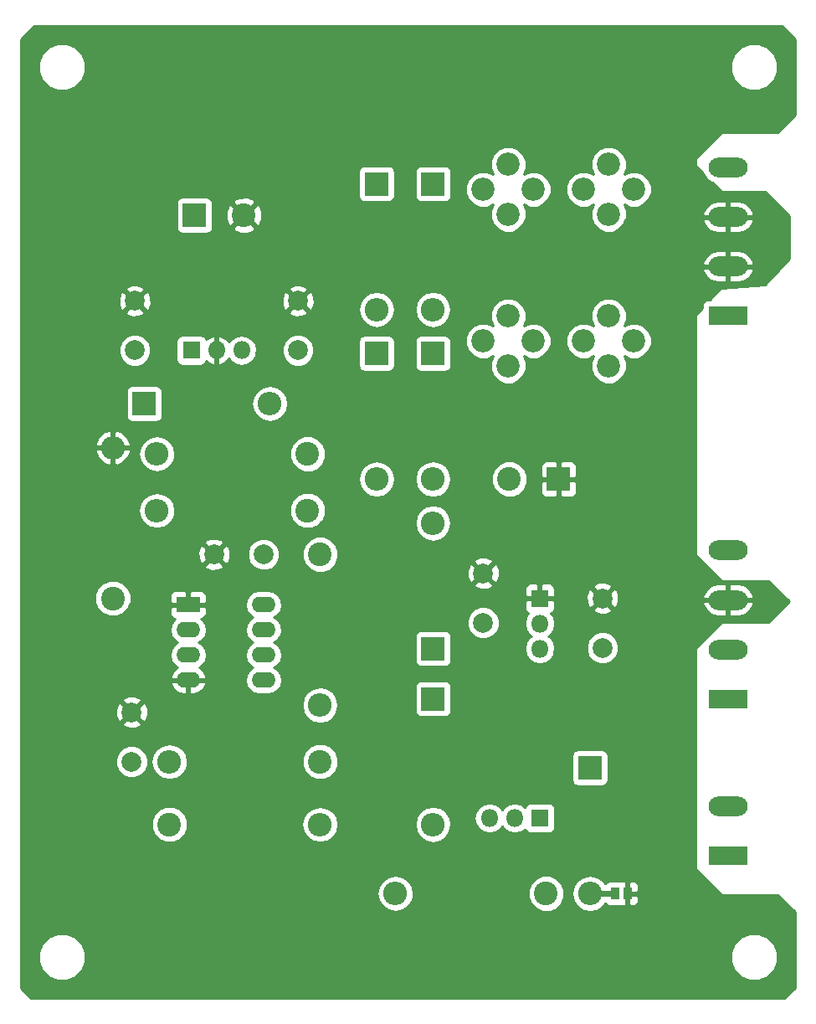
<source format=gbr>
G04 #@! TF.FileFunction,Copper,L1,Top,Signal*
%FSLAX46Y46*%
G04 Gerber Fmt 4.6, Leading zero omitted, Abs format (unit mm)*
G04 Created by KiCad (PCBNEW 4.0.6) date Thu Apr 29 15:37:00 2021*
%MOMM*%
%LPD*%
G01*
G04 APERTURE LIST*
%ADD10C,0.100000*%
%ADD11R,2.400000X2.400000*%
%ADD12C,2.400000*%
%ADD13C,2.000000*%
%ADD14O,2.400000X2.400000*%
%ADD15C,2.350000*%
%ADD16R,3.960000X1.980000*%
%ADD17O,3.960000X1.980000*%
%ADD18R,1.800000X1.800000*%
%ADD19O,1.800000X1.800000*%
%ADD20R,2.400000X1.600000*%
%ADD21O,2.400000X1.600000*%
%ADD22R,0.970000X1.270000*%
%ADD23C,0.600000*%
%ADD24C,0.254000*%
G04 APERTURE END LIST*
D10*
D11*
X83820000Y-103505000D03*
D12*
X88820000Y-103505000D03*
D11*
X120650000Y-130175000D03*
D12*
X115650000Y-130175000D03*
D13*
X77787500Y-117157500D03*
X77787500Y-112157500D03*
X113030000Y-139700000D03*
X113030000Y-144700000D03*
X94297500Y-117157500D03*
X94297500Y-112157500D03*
X125095000Y-142240000D03*
X125095000Y-147240000D03*
X77470000Y-158750000D03*
X77470000Y-153750000D03*
X90805000Y-137795000D03*
X85805000Y-137795000D03*
D11*
X102235000Y-100330000D03*
D14*
X102235000Y-113030000D03*
D11*
X107950000Y-100330000D03*
D14*
X107950000Y-113030000D03*
D11*
X107950000Y-117475000D03*
D14*
X107950000Y-130175000D03*
D11*
X102235000Y-117475000D03*
D14*
X102235000Y-130175000D03*
D11*
X78740000Y-122555000D03*
D14*
X91440000Y-122555000D03*
D11*
X107950000Y-147320000D03*
D14*
X107950000Y-134620000D03*
D11*
X107950000Y-152400000D03*
D14*
X107950000Y-165100000D03*
D11*
X123825000Y-159385000D03*
D14*
X123825000Y-172085000D03*
D15*
X125730000Y-103425000D03*
X125730000Y-98345000D03*
X125730000Y-113665000D03*
X125730000Y-118745000D03*
X123190000Y-100885000D03*
X128270000Y-100885000D03*
X123190000Y-116205000D03*
X128270000Y-116205000D03*
X115570000Y-103425000D03*
X115570000Y-98345000D03*
X115570000Y-113665000D03*
X115570000Y-118745000D03*
X113030000Y-100885000D03*
X118110000Y-100885000D03*
X113030000Y-116205000D03*
X118110000Y-116205000D03*
D16*
X137795000Y-168275000D03*
D17*
X137795000Y-163275000D03*
D16*
X137795000Y-152400000D03*
D17*
X137795000Y-147400000D03*
X137795000Y-137400000D03*
X137795000Y-142400000D03*
D16*
X137795000Y-113665000D03*
D17*
X137795000Y-108665000D03*
X137795000Y-98665000D03*
X137795000Y-103665000D03*
D18*
X118745000Y-164465000D03*
D19*
X116205000Y-164465000D03*
X113665000Y-164465000D03*
D12*
X81280000Y-165100000D03*
D14*
X96520000Y-165100000D03*
D12*
X96520000Y-137795000D03*
D14*
X96520000Y-153035000D03*
D12*
X96520000Y-158750000D03*
D14*
X81280000Y-158750000D03*
D12*
X95250000Y-127635000D03*
D14*
X80010000Y-127635000D03*
D12*
X75565000Y-142240000D03*
D14*
X75565000Y-127000000D03*
D12*
X119380000Y-172085000D03*
D14*
X104140000Y-172085000D03*
D12*
X95250000Y-133350000D03*
D14*
X80010000Y-133350000D03*
D18*
X83502500Y-117157500D03*
D19*
X86042500Y-117157500D03*
X88582500Y-117157500D03*
D18*
X118745000Y-142240000D03*
D19*
X118745000Y-144780000D03*
X118745000Y-147320000D03*
D20*
X83185000Y-142875000D03*
D21*
X90805000Y-150495000D03*
X83185000Y-145415000D03*
X90805000Y-147955000D03*
X83185000Y-147955000D03*
X90805000Y-145415000D03*
X83185000Y-150495000D03*
X90805000Y-142875000D03*
D22*
X126360000Y-172085000D03*
X127640000Y-172085000D03*
D23*
X126360000Y-172085000D02*
X123825000Y-172085000D01*
D24*
G36*
X144589500Y-85714106D02*
X144589500Y-93355894D01*
X142822394Y-95123000D01*
X137160000Y-95123000D01*
X137110590Y-95133006D01*
X137070197Y-95160197D01*
X134530197Y-97700197D01*
X134502334Y-97742211D01*
X134493000Y-97790000D01*
X134493000Y-98425000D01*
X134503006Y-98474410D01*
X134530197Y-98514803D01*
X135240102Y-99224708D01*
X135252465Y-99286861D01*
X135604720Y-99814049D01*
X136131908Y-100166304D01*
X136194061Y-100178667D01*
X137070197Y-101054803D01*
X137112211Y-101082666D01*
X137160000Y-101092000D01*
X141552394Y-101092000D01*
X144018000Y-103557606D01*
X144018000Y-107899855D01*
X141552144Y-110535575D01*
X137145926Y-110829323D01*
X137097291Y-110842594D01*
X137061633Y-110869278D01*
X135977999Y-112027560D01*
X135815000Y-112027560D01*
X135579683Y-112071838D01*
X135363559Y-112210910D01*
X135218569Y-112423110D01*
X135167560Y-112675000D01*
X135167560Y-112893827D01*
X134527259Y-113578236D01*
X134500809Y-113621153D01*
X134493000Y-113665000D01*
X134493000Y-137795000D01*
X134503006Y-137844410D01*
X134530197Y-137884803D01*
X137070197Y-140424803D01*
X137112211Y-140452666D01*
X137160000Y-140462000D01*
X141869894Y-140462000D01*
X143965394Y-142557500D01*
X141869894Y-144653000D01*
X137160000Y-144653000D01*
X137110590Y-144663006D01*
X137070197Y-144690197D01*
X134530197Y-147230197D01*
X134502334Y-147272211D01*
X134493000Y-147320000D01*
X134493000Y-169545000D01*
X134503006Y-169594410D01*
X134530197Y-169634803D01*
X137070197Y-172174803D01*
X137112211Y-172202666D01*
X137160000Y-172212000D01*
X142822394Y-172212000D01*
X144589500Y-173979106D01*
X144589500Y-181620894D01*
X143520894Y-182689500D01*
X67299106Y-182689500D01*
X66240660Y-181631054D01*
X66240660Y-178986076D01*
X68028407Y-178986076D01*
X68390746Y-179863003D01*
X69061088Y-180534516D01*
X69937381Y-180898385D01*
X70886216Y-180899213D01*
X71763143Y-180536874D01*
X72434656Y-179866532D01*
X72798525Y-178990239D01*
X72798528Y-178986076D01*
X138028267Y-178986076D01*
X138390606Y-179863003D01*
X139060948Y-180534516D01*
X139937241Y-180898385D01*
X140886076Y-180899213D01*
X141763003Y-180536874D01*
X142434516Y-179866532D01*
X142798385Y-178990239D01*
X142799213Y-178041404D01*
X142436874Y-177164477D01*
X141766532Y-176492964D01*
X140890239Y-176129095D01*
X139941404Y-176128267D01*
X139064477Y-176490606D01*
X138392964Y-177160948D01*
X138029095Y-178037241D01*
X138028267Y-178986076D01*
X72798528Y-178986076D01*
X72799353Y-178041404D01*
X72437014Y-177164477D01*
X71766672Y-176492964D01*
X70890379Y-176129095D01*
X69941544Y-176128267D01*
X69064617Y-176490606D01*
X68393104Y-177160948D01*
X68029235Y-178037241D01*
X68028407Y-178986076D01*
X66240660Y-178986076D01*
X66240660Y-172085000D01*
X102269050Y-172085000D01*
X102408731Y-172787224D01*
X102806509Y-173382541D01*
X103401826Y-173780319D01*
X104104050Y-173920000D01*
X104175950Y-173920000D01*
X104878174Y-173780319D01*
X105473491Y-173382541D01*
X105871269Y-172787224D01*
X105938664Y-172448403D01*
X117544682Y-172448403D01*
X117823455Y-173123086D01*
X118339199Y-173639730D01*
X119013395Y-173919681D01*
X119743403Y-173920318D01*
X120418086Y-173641545D01*
X120934730Y-173125801D01*
X121214681Y-172451605D01*
X121215032Y-172049050D01*
X121990000Y-172049050D01*
X121990000Y-172120950D01*
X122129681Y-172823174D01*
X122527459Y-173418491D01*
X123122776Y-173816269D01*
X123825000Y-173955950D01*
X124527224Y-173816269D01*
X125122541Y-173418491D01*
X125350423Y-173077441D01*
X125410910Y-173171441D01*
X125623110Y-173316431D01*
X125875000Y-173367440D01*
X126845000Y-173367440D01*
X126991963Y-173339787D01*
X127028690Y-173355000D01*
X127354250Y-173355000D01*
X127513000Y-173196250D01*
X127513000Y-172212000D01*
X127767000Y-172212000D01*
X127767000Y-173196250D01*
X127925750Y-173355000D01*
X128251310Y-173355000D01*
X128484699Y-173258327D01*
X128663327Y-173079698D01*
X128760000Y-172846309D01*
X128760000Y-172370750D01*
X128601250Y-172212000D01*
X127767000Y-172212000D01*
X127513000Y-172212000D01*
X127493000Y-172212000D01*
X127493000Y-171958000D01*
X127513000Y-171958000D01*
X127513000Y-170973750D01*
X127767000Y-170973750D01*
X127767000Y-171958000D01*
X128601250Y-171958000D01*
X128760000Y-171799250D01*
X128760000Y-171323691D01*
X128663327Y-171090302D01*
X128484699Y-170911673D01*
X128251310Y-170815000D01*
X127925750Y-170815000D01*
X127767000Y-170973750D01*
X127513000Y-170973750D01*
X127354250Y-170815000D01*
X127028690Y-170815000D01*
X126988545Y-170831629D01*
X126845000Y-170802560D01*
X125875000Y-170802560D01*
X125639683Y-170846838D01*
X125423559Y-170985910D01*
X125350555Y-171092756D01*
X125122541Y-170751509D01*
X124527224Y-170353731D01*
X123825000Y-170214050D01*
X123122776Y-170353731D01*
X122527459Y-170751509D01*
X122129681Y-171346826D01*
X121990000Y-172049050D01*
X121215032Y-172049050D01*
X121215318Y-171721597D01*
X120936545Y-171046914D01*
X120420801Y-170530270D01*
X119746605Y-170250319D01*
X119016597Y-170249682D01*
X118341914Y-170528455D01*
X117825270Y-171044199D01*
X117545319Y-171718395D01*
X117544682Y-172448403D01*
X105938664Y-172448403D01*
X106010950Y-172085000D01*
X105871269Y-171382776D01*
X105473491Y-170787459D01*
X104878174Y-170389681D01*
X104175950Y-170250000D01*
X104104050Y-170250000D01*
X103401826Y-170389681D01*
X102806509Y-170787459D01*
X102408731Y-171382776D01*
X102269050Y-172085000D01*
X66240660Y-172085000D01*
X66240660Y-165463403D01*
X79444682Y-165463403D01*
X79723455Y-166138086D01*
X80239199Y-166654730D01*
X80913395Y-166934681D01*
X81643403Y-166935318D01*
X82318086Y-166656545D01*
X82834730Y-166140801D01*
X83114681Y-165466605D01*
X83115000Y-165100000D01*
X94649050Y-165100000D01*
X94788731Y-165802224D01*
X95186509Y-166397541D01*
X95781826Y-166795319D01*
X96484050Y-166935000D01*
X96555950Y-166935000D01*
X97258174Y-166795319D01*
X97853491Y-166397541D01*
X98251269Y-165802224D01*
X98390950Y-165100000D01*
X98383800Y-165064050D01*
X106115000Y-165064050D01*
X106115000Y-165135950D01*
X106254681Y-165838174D01*
X106652459Y-166433491D01*
X107247776Y-166831269D01*
X107950000Y-166970950D01*
X108652224Y-166831269D01*
X109247541Y-166433491D01*
X109645319Y-165838174D01*
X109785000Y-165135950D01*
X109785000Y-165064050D01*
X109665842Y-164465000D01*
X112099928Y-164465000D01*
X112216773Y-165052419D01*
X112549519Y-165550409D01*
X113047509Y-165883155D01*
X113634928Y-166000000D01*
X113695072Y-166000000D01*
X114282491Y-165883155D01*
X114780481Y-165550409D01*
X114935000Y-165319155D01*
X115089519Y-165550409D01*
X115587509Y-165883155D01*
X116174928Y-166000000D01*
X116235072Y-166000000D01*
X116822491Y-165883155D01*
X117243026Y-165602163D01*
X117380910Y-165816441D01*
X117593110Y-165961431D01*
X117845000Y-166012440D01*
X119645000Y-166012440D01*
X119880317Y-165968162D01*
X120096441Y-165829090D01*
X120241431Y-165616890D01*
X120292440Y-165365000D01*
X120292440Y-163565000D01*
X120248162Y-163329683D01*
X120109090Y-163113559D01*
X119896890Y-162968569D01*
X119645000Y-162917560D01*
X117845000Y-162917560D01*
X117609683Y-162961838D01*
X117393559Y-163100910D01*
X117248569Y-163313110D01*
X117245281Y-163329344D01*
X116822491Y-163046845D01*
X116235072Y-162930000D01*
X116174928Y-162930000D01*
X115587509Y-163046845D01*
X115089519Y-163379591D01*
X114935000Y-163610845D01*
X114780481Y-163379591D01*
X114282491Y-163046845D01*
X113695072Y-162930000D01*
X113634928Y-162930000D01*
X113047509Y-163046845D01*
X112549519Y-163379591D01*
X112216773Y-163877581D01*
X112099928Y-164465000D01*
X109665842Y-164465000D01*
X109645319Y-164361826D01*
X109247541Y-163766509D01*
X108652224Y-163368731D01*
X107950000Y-163229050D01*
X107247776Y-163368731D01*
X106652459Y-163766509D01*
X106254681Y-164361826D01*
X106115000Y-165064050D01*
X98383800Y-165064050D01*
X98251269Y-164397776D01*
X97853491Y-163802459D01*
X97258174Y-163404681D01*
X96555950Y-163265000D01*
X96484050Y-163265000D01*
X95781826Y-163404681D01*
X95186509Y-163802459D01*
X94788731Y-164397776D01*
X94649050Y-165100000D01*
X83115000Y-165100000D01*
X83115318Y-164736597D01*
X82836545Y-164061914D01*
X82320801Y-163545270D01*
X81646605Y-163265319D01*
X80916597Y-163264682D01*
X80241914Y-163543455D01*
X79725270Y-164059199D01*
X79445319Y-164733395D01*
X79444682Y-165463403D01*
X66240660Y-165463403D01*
X66240660Y-159073795D01*
X75834716Y-159073795D01*
X76083106Y-159674943D01*
X76542637Y-160135278D01*
X77143352Y-160384716D01*
X77793795Y-160385284D01*
X78394943Y-160136894D01*
X78855278Y-159677363D01*
X79104716Y-159076648D01*
X79105001Y-158750000D01*
X79409050Y-158750000D01*
X79548731Y-159452224D01*
X79946509Y-160047541D01*
X80541826Y-160445319D01*
X81244050Y-160585000D01*
X81315950Y-160585000D01*
X82018174Y-160445319D01*
X82613491Y-160047541D01*
X83011269Y-159452224D01*
X83078664Y-159113403D01*
X94684682Y-159113403D01*
X94963455Y-159788086D01*
X95479199Y-160304730D01*
X96153395Y-160584681D01*
X96883403Y-160585318D01*
X97558086Y-160306545D01*
X98074730Y-159790801D01*
X98354681Y-159116605D01*
X98355318Y-158386597D01*
X98272020Y-158185000D01*
X121977560Y-158185000D01*
X121977560Y-160585000D01*
X122021838Y-160820317D01*
X122160910Y-161036441D01*
X122373110Y-161181431D01*
X122625000Y-161232440D01*
X125025000Y-161232440D01*
X125260317Y-161188162D01*
X125476441Y-161049090D01*
X125621431Y-160836890D01*
X125672440Y-160585000D01*
X125672440Y-158185000D01*
X125628162Y-157949683D01*
X125489090Y-157733559D01*
X125276890Y-157588569D01*
X125025000Y-157537560D01*
X122625000Y-157537560D01*
X122389683Y-157581838D01*
X122173559Y-157720910D01*
X122028569Y-157933110D01*
X121977560Y-158185000D01*
X98272020Y-158185000D01*
X98076545Y-157711914D01*
X97560801Y-157195270D01*
X96886605Y-156915319D01*
X96156597Y-156914682D01*
X95481914Y-157193455D01*
X94965270Y-157709199D01*
X94685319Y-158383395D01*
X94684682Y-159113403D01*
X83078664Y-159113403D01*
X83150950Y-158750000D01*
X83011269Y-158047776D01*
X82613491Y-157452459D01*
X82018174Y-157054681D01*
X81315950Y-156915000D01*
X81244050Y-156915000D01*
X80541826Y-157054681D01*
X79946509Y-157452459D01*
X79548731Y-158047776D01*
X79409050Y-158750000D01*
X79105001Y-158750000D01*
X79105284Y-158426205D01*
X78856894Y-157825057D01*
X78397363Y-157364722D01*
X77796648Y-157115284D01*
X77146205Y-157114716D01*
X76545057Y-157363106D01*
X76084722Y-157822637D01*
X75835284Y-158423352D01*
X75834716Y-159073795D01*
X66240660Y-159073795D01*
X66240660Y-154902532D01*
X76497073Y-154902532D01*
X76595736Y-155169387D01*
X77205461Y-155395908D01*
X77855460Y-155371856D01*
X78344264Y-155169387D01*
X78442927Y-154902532D01*
X77470000Y-153929605D01*
X76497073Y-154902532D01*
X66240660Y-154902532D01*
X66240660Y-153485461D01*
X75824092Y-153485461D01*
X75848144Y-154135460D01*
X76050613Y-154624264D01*
X76317468Y-154722927D01*
X77290395Y-153750000D01*
X77649605Y-153750000D01*
X78622532Y-154722927D01*
X78889387Y-154624264D01*
X79115908Y-154014539D01*
X79091856Y-153364540D01*
X78940466Y-152999050D01*
X94685000Y-152999050D01*
X94685000Y-153070950D01*
X94824681Y-153773174D01*
X95222459Y-154368491D01*
X95817776Y-154766269D01*
X96520000Y-154905950D01*
X97222224Y-154766269D01*
X97817541Y-154368491D01*
X98215319Y-153773174D01*
X98355000Y-153070950D01*
X98355000Y-152999050D01*
X98215319Y-152296826D01*
X97817541Y-151701509D01*
X97222224Y-151303731D01*
X96700733Y-151200000D01*
X106102560Y-151200000D01*
X106102560Y-153600000D01*
X106146838Y-153835317D01*
X106285910Y-154051441D01*
X106498110Y-154196431D01*
X106750000Y-154247440D01*
X109150000Y-154247440D01*
X109385317Y-154203162D01*
X109601441Y-154064090D01*
X109746431Y-153851890D01*
X109797440Y-153600000D01*
X109797440Y-151200000D01*
X109753162Y-150964683D01*
X109614090Y-150748559D01*
X109401890Y-150603569D01*
X109150000Y-150552560D01*
X106750000Y-150552560D01*
X106514683Y-150596838D01*
X106298559Y-150735910D01*
X106153569Y-150948110D01*
X106102560Y-151200000D01*
X96700733Y-151200000D01*
X96520000Y-151164050D01*
X95817776Y-151303731D01*
X95222459Y-151701509D01*
X94824681Y-152296826D01*
X94685000Y-152999050D01*
X78940466Y-152999050D01*
X78889387Y-152875736D01*
X78622532Y-152777073D01*
X77649605Y-153750000D01*
X77290395Y-153750000D01*
X76317468Y-152777073D01*
X76050613Y-152875736D01*
X75824092Y-153485461D01*
X66240660Y-153485461D01*
X66240660Y-152597468D01*
X76497073Y-152597468D01*
X77470000Y-153570395D01*
X78442927Y-152597468D01*
X78344264Y-152330613D01*
X77734539Y-152104092D01*
X77084540Y-152128144D01*
X76595736Y-152330613D01*
X76497073Y-152597468D01*
X66240660Y-152597468D01*
X66240660Y-150844039D01*
X81393096Y-150844039D01*
X81410633Y-150926819D01*
X81680500Y-151419896D01*
X82118517Y-151772166D01*
X82658000Y-151930000D01*
X83058000Y-151930000D01*
X83058000Y-150622000D01*
X83312000Y-150622000D01*
X83312000Y-151930000D01*
X83712000Y-151930000D01*
X84251483Y-151772166D01*
X84689500Y-151419896D01*
X84959367Y-150926819D01*
X84976904Y-150844039D01*
X84854915Y-150622000D01*
X83312000Y-150622000D01*
X83058000Y-150622000D01*
X81515085Y-150622000D01*
X81393096Y-150844039D01*
X66240660Y-150844039D01*
X66240660Y-145415000D01*
X81314050Y-145415000D01*
X81423283Y-145964151D01*
X81734352Y-146429698D01*
X82116438Y-146685000D01*
X81734352Y-146940302D01*
X81423283Y-147405849D01*
X81314050Y-147955000D01*
X81423283Y-148504151D01*
X81734352Y-148969698D01*
X82112707Y-149222507D01*
X81680500Y-149570104D01*
X81410633Y-150063181D01*
X81393096Y-150145961D01*
X81515085Y-150368000D01*
X83058000Y-150368000D01*
X83058000Y-150348000D01*
X83312000Y-150348000D01*
X83312000Y-150368000D01*
X84854915Y-150368000D01*
X84976904Y-150145961D01*
X84959367Y-150063181D01*
X84689500Y-149570104D01*
X84257293Y-149222507D01*
X84635648Y-148969698D01*
X84946717Y-148504151D01*
X85055950Y-147955000D01*
X84946717Y-147405849D01*
X84635648Y-146940302D01*
X84253562Y-146685000D01*
X84635648Y-146429698D01*
X84946717Y-145964151D01*
X85055950Y-145415000D01*
X84946717Y-144865849D01*
X84635648Y-144400302D01*
X84500502Y-144310000D01*
X84511309Y-144310000D01*
X84744698Y-144213327D01*
X84923327Y-144034699D01*
X85020000Y-143801310D01*
X85020000Y-143160750D01*
X84861250Y-143002000D01*
X83312000Y-143002000D01*
X83312000Y-143022000D01*
X83058000Y-143022000D01*
X83058000Y-143002000D01*
X81508750Y-143002000D01*
X81350000Y-143160750D01*
X81350000Y-143801310D01*
X81446673Y-144034699D01*
X81625302Y-144213327D01*
X81858691Y-144310000D01*
X81869498Y-144310000D01*
X81734352Y-144400302D01*
X81423283Y-144865849D01*
X81314050Y-145415000D01*
X66240660Y-145415000D01*
X66240660Y-142603403D01*
X73729682Y-142603403D01*
X74008455Y-143278086D01*
X74524199Y-143794730D01*
X75198395Y-144074681D01*
X75928403Y-144075318D01*
X76603086Y-143796545D01*
X77119730Y-143280801D01*
X77288233Y-142875000D01*
X88934050Y-142875000D01*
X89043283Y-143424151D01*
X89354352Y-143889698D01*
X89736438Y-144145000D01*
X89354352Y-144400302D01*
X89043283Y-144865849D01*
X88934050Y-145415000D01*
X89043283Y-145964151D01*
X89354352Y-146429698D01*
X89736438Y-146685000D01*
X89354352Y-146940302D01*
X89043283Y-147405849D01*
X88934050Y-147955000D01*
X89043283Y-148504151D01*
X89354352Y-148969698D01*
X89736438Y-149225000D01*
X89354352Y-149480302D01*
X89043283Y-149945849D01*
X88934050Y-150495000D01*
X89043283Y-151044151D01*
X89354352Y-151509698D01*
X89819899Y-151820767D01*
X90369050Y-151930000D01*
X91240950Y-151930000D01*
X91790101Y-151820767D01*
X92255648Y-151509698D01*
X92566717Y-151044151D01*
X92675950Y-150495000D01*
X92566717Y-149945849D01*
X92255648Y-149480302D01*
X91873562Y-149225000D01*
X92255648Y-148969698D01*
X92566717Y-148504151D01*
X92675950Y-147955000D01*
X92566717Y-147405849D01*
X92255648Y-146940302D01*
X91873562Y-146685000D01*
X92255648Y-146429698D01*
X92462581Y-146120000D01*
X106102560Y-146120000D01*
X106102560Y-148520000D01*
X106146838Y-148755317D01*
X106285910Y-148971441D01*
X106498110Y-149116431D01*
X106750000Y-149167440D01*
X109150000Y-149167440D01*
X109385317Y-149123162D01*
X109601441Y-148984090D01*
X109746431Y-148771890D01*
X109797440Y-148520000D01*
X109797440Y-146120000D01*
X109753162Y-145884683D01*
X109614090Y-145668559D01*
X109401890Y-145523569D01*
X109150000Y-145472560D01*
X106750000Y-145472560D01*
X106514683Y-145516838D01*
X106298559Y-145655910D01*
X106153569Y-145868110D01*
X106102560Y-146120000D01*
X92462581Y-146120000D01*
X92566717Y-145964151D01*
X92675950Y-145415000D01*
X92598135Y-145023795D01*
X111394716Y-145023795D01*
X111643106Y-145624943D01*
X112102637Y-146085278D01*
X112703352Y-146334716D01*
X113353795Y-146335284D01*
X113954943Y-146086894D01*
X114415278Y-145627363D01*
X114664716Y-145026648D01*
X114665284Y-144376205D01*
X114416894Y-143775057D01*
X113957363Y-143314722D01*
X113356648Y-143065284D01*
X112706205Y-143064716D01*
X112105057Y-143313106D01*
X111644722Y-143772637D01*
X111395284Y-144373352D01*
X111394716Y-145023795D01*
X92598135Y-145023795D01*
X92566717Y-144865849D01*
X92255648Y-144400302D01*
X91873562Y-144145000D01*
X92255648Y-143889698D01*
X92566717Y-143424151D01*
X92675950Y-142875000D01*
X92606480Y-142525750D01*
X117210000Y-142525750D01*
X117210000Y-143266309D01*
X117306673Y-143499698D01*
X117485301Y-143678327D01*
X117614583Y-143731878D01*
X117326845Y-144162509D01*
X117210000Y-144749928D01*
X117210000Y-144810072D01*
X117326845Y-145397491D01*
X117659591Y-145895481D01*
X117890845Y-146050000D01*
X117659591Y-146204519D01*
X117326845Y-146702509D01*
X117210000Y-147289928D01*
X117210000Y-147350072D01*
X117326845Y-147937491D01*
X117659591Y-148435481D01*
X118157581Y-148768227D01*
X118745000Y-148885072D01*
X119332419Y-148768227D01*
X119830409Y-148435481D01*
X120163155Y-147937491D01*
X120237487Y-147563795D01*
X123459716Y-147563795D01*
X123708106Y-148164943D01*
X124167637Y-148625278D01*
X124768352Y-148874716D01*
X125418795Y-148875284D01*
X126019943Y-148626894D01*
X126480278Y-148167363D01*
X126729716Y-147566648D01*
X126730284Y-146916205D01*
X126481894Y-146315057D01*
X126022363Y-145854722D01*
X125421648Y-145605284D01*
X124771205Y-145604716D01*
X124170057Y-145853106D01*
X123709722Y-146312637D01*
X123460284Y-146913352D01*
X123459716Y-147563795D01*
X120237487Y-147563795D01*
X120280000Y-147350072D01*
X120280000Y-147289928D01*
X120163155Y-146702509D01*
X119830409Y-146204519D01*
X119599155Y-146050000D01*
X119830409Y-145895481D01*
X120163155Y-145397491D01*
X120280000Y-144810072D01*
X120280000Y-144749928D01*
X120163155Y-144162509D01*
X119875417Y-143731878D01*
X120004699Y-143678327D01*
X120183327Y-143499698D01*
X120227716Y-143392532D01*
X124122073Y-143392532D01*
X124220736Y-143659387D01*
X124830461Y-143885908D01*
X125480460Y-143861856D01*
X125969264Y-143659387D01*
X126067927Y-143392532D01*
X125095000Y-142419605D01*
X124122073Y-143392532D01*
X120227716Y-143392532D01*
X120280000Y-143266309D01*
X120280000Y-142525750D01*
X120121250Y-142367000D01*
X118872000Y-142367000D01*
X118872000Y-142387000D01*
X118618000Y-142387000D01*
X118618000Y-142367000D01*
X117368750Y-142367000D01*
X117210000Y-142525750D01*
X92606480Y-142525750D01*
X92566717Y-142325849D01*
X92255648Y-141860302D01*
X91790101Y-141549233D01*
X91240950Y-141440000D01*
X90369050Y-141440000D01*
X89819899Y-141549233D01*
X89354352Y-141860302D01*
X89043283Y-142325849D01*
X88934050Y-142875000D01*
X77288233Y-142875000D01*
X77399681Y-142606605D01*
X77400255Y-141948690D01*
X81350000Y-141948690D01*
X81350000Y-142589250D01*
X81508750Y-142748000D01*
X83058000Y-142748000D01*
X83058000Y-141598750D01*
X83312000Y-141598750D01*
X83312000Y-142748000D01*
X84861250Y-142748000D01*
X85020000Y-142589250D01*
X85020000Y-141948690D01*
X84923327Y-141715301D01*
X84744698Y-141536673D01*
X84511309Y-141440000D01*
X83470750Y-141440000D01*
X83312000Y-141598750D01*
X83058000Y-141598750D01*
X82899250Y-141440000D01*
X81858691Y-141440000D01*
X81625302Y-141536673D01*
X81446673Y-141715301D01*
X81350000Y-141948690D01*
X77400255Y-141948690D01*
X77400318Y-141876597D01*
X77121545Y-141201914D01*
X76772772Y-140852532D01*
X112057073Y-140852532D01*
X112155736Y-141119387D01*
X112765461Y-141345908D01*
X113415460Y-141321856D01*
X113676593Y-141213691D01*
X117210000Y-141213691D01*
X117210000Y-141954250D01*
X117368750Y-142113000D01*
X118618000Y-142113000D01*
X118618000Y-140863750D01*
X118872000Y-140863750D01*
X118872000Y-142113000D01*
X120121250Y-142113000D01*
X120258789Y-141975461D01*
X123449092Y-141975461D01*
X123473144Y-142625460D01*
X123675613Y-143114264D01*
X123942468Y-143212927D01*
X124915395Y-142240000D01*
X125274605Y-142240000D01*
X126247532Y-143212927D01*
X126514387Y-143114264D01*
X126638992Y-142778865D01*
X135224782Y-142778865D01*
X135255095Y-142904528D01*
X135566149Y-143459246D01*
X136065807Y-143852703D01*
X136678000Y-144025000D01*
X137668000Y-144025000D01*
X137668000Y-142527000D01*
X137922000Y-142527000D01*
X137922000Y-144025000D01*
X138912000Y-144025000D01*
X139524193Y-143852703D01*
X140023851Y-143459246D01*
X140334905Y-142904528D01*
X140365218Y-142778865D01*
X140245740Y-142527000D01*
X137922000Y-142527000D01*
X137668000Y-142527000D01*
X135344260Y-142527000D01*
X135224782Y-142778865D01*
X126638992Y-142778865D01*
X126740908Y-142504539D01*
X126723021Y-142021135D01*
X135224782Y-142021135D01*
X135344260Y-142273000D01*
X137668000Y-142273000D01*
X137668000Y-140775000D01*
X137922000Y-140775000D01*
X137922000Y-142273000D01*
X140245740Y-142273000D01*
X140365218Y-142021135D01*
X140334905Y-141895472D01*
X140023851Y-141340754D01*
X139524193Y-140947297D01*
X138912000Y-140775000D01*
X137922000Y-140775000D01*
X137668000Y-140775000D01*
X136678000Y-140775000D01*
X136065807Y-140947297D01*
X135566149Y-141340754D01*
X135255095Y-141895472D01*
X135224782Y-142021135D01*
X126723021Y-142021135D01*
X126716856Y-141854540D01*
X126514387Y-141365736D01*
X126247532Y-141267073D01*
X125274605Y-142240000D01*
X124915395Y-142240000D01*
X123942468Y-141267073D01*
X123675613Y-141365736D01*
X123449092Y-141975461D01*
X120258789Y-141975461D01*
X120280000Y-141954250D01*
X120280000Y-141213691D01*
X120227717Y-141087468D01*
X124122073Y-141087468D01*
X125095000Y-142060395D01*
X126067927Y-141087468D01*
X125969264Y-140820613D01*
X125359539Y-140594092D01*
X124709540Y-140618144D01*
X124220736Y-140820613D01*
X124122073Y-141087468D01*
X120227717Y-141087468D01*
X120183327Y-140980302D01*
X120004699Y-140801673D01*
X119771310Y-140705000D01*
X119030750Y-140705000D01*
X118872000Y-140863750D01*
X118618000Y-140863750D01*
X118459250Y-140705000D01*
X117718690Y-140705000D01*
X117485301Y-140801673D01*
X117306673Y-140980302D01*
X117210000Y-141213691D01*
X113676593Y-141213691D01*
X113904264Y-141119387D01*
X114002927Y-140852532D01*
X113030000Y-139879605D01*
X112057073Y-140852532D01*
X76772772Y-140852532D01*
X76605801Y-140685270D01*
X75931605Y-140405319D01*
X75201597Y-140404682D01*
X74526914Y-140683455D01*
X74010270Y-141199199D01*
X73730319Y-141873395D01*
X73729682Y-142603403D01*
X66240660Y-142603403D01*
X66240660Y-138947532D01*
X84832073Y-138947532D01*
X84930736Y-139214387D01*
X85540461Y-139440908D01*
X86190460Y-139416856D01*
X86679264Y-139214387D01*
X86777927Y-138947532D01*
X85805000Y-137974605D01*
X84832073Y-138947532D01*
X66240660Y-138947532D01*
X66240660Y-137530461D01*
X84159092Y-137530461D01*
X84183144Y-138180460D01*
X84385613Y-138669264D01*
X84652468Y-138767927D01*
X85625395Y-137795000D01*
X85984605Y-137795000D01*
X86957532Y-138767927D01*
X87224387Y-138669264D01*
X87428893Y-138118795D01*
X89169716Y-138118795D01*
X89418106Y-138719943D01*
X89877637Y-139180278D01*
X90478352Y-139429716D01*
X91128795Y-139430284D01*
X91729943Y-139181894D01*
X92190278Y-138722363D01*
X92424454Y-138158403D01*
X94684682Y-138158403D01*
X94963455Y-138833086D01*
X95479199Y-139349730D01*
X96153395Y-139629681D01*
X96883403Y-139630318D01*
X97354993Y-139435461D01*
X111384092Y-139435461D01*
X111408144Y-140085460D01*
X111610613Y-140574264D01*
X111877468Y-140672927D01*
X112850395Y-139700000D01*
X113209605Y-139700000D01*
X114182532Y-140672927D01*
X114449387Y-140574264D01*
X114675908Y-139964539D01*
X114651856Y-139314540D01*
X114449387Y-138825736D01*
X114182532Y-138727073D01*
X113209605Y-139700000D01*
X112850395Y-139700000D01*
X111877468Y-138727073D01*
X111610613Y-138825736D01*
X111384092Y-139435461D01*
X97354993Y-139435461D01*
X97558086Y-139351545D01*
X98074730Y-138835801D01*
X98194456Y-138547468D01*
X112057073Y-138547468D01*
X113030000Y-139520395D01*
X114002927Y-138547468D01*
X113904264Y-138280613D01*
X113294539Y-138054092D01*
X112644540Y-138078144D01*
X112155736Y-138280613D01*
X112057073Y-138547468D01*
X98194456Y-138547468D01*
X98354681Y-138161605D01*
X98355318Y-137431597D01*
X98076545Y-136756914D01*
X97560801Y-136240270D01*
X96886605Y-135960319D01*
X96156597Y-135959682D01*
X95481914Y-136238455D01*
X94965270Y-136754199D01*
X94685319Y-137428395D01*
X94684682Y-138158403D01*
X92424454Y-138158403D01*
X92439716Y-138121648D01*
X92440284Y-137471205D01*
X92191894Y-136870057D01*
X91732363Y-136409722D01*
X91131648Y-136160284D01*
X90481205Y-136159716D01*
X89880057Y-136408106D01*
X89419722Y-136867637D01*
X89170284Y-137468352D01*
X89169716Y-138118795D01*
X87428893Y-138118795D01*
X87450908Y-138059539D01*
X87426856Y-137409540D01*
X87224387Y-136920736D01*
X86957532Y-136822073D01*
X85984605Y-137795000D01*
X85625395Y-137795000D01*
X84652468Y-136822073D01*
X84385613Y-136920736D01*
X84159092Y-137530461D01*
X66240660Y-137530461D01*
X66240660Y-136642468D01*
X84832073Y-136642468D01*
X85805000Y-137615395D01*
X86777927Y-136642468D01*
X86679264Y-136375613D01*
X86069539Y-136149092D01*
X85419540Y-136173144D01*
X84930736Y-136375613D01*
X84832073Y-136642468D01*
X66240660Y-136642468D01*
X66240660Y-133350000D01*
X78139050Y-133350000D01*
X78278731Y-134052224D01*
X78676509Y-134647541D01*
X79271826Y-135045319D01*
X79974050Y-135185000D01*
X80045950Y-135185000D01*
X80748174Y-135045319D01*
X81343491Y-134647541D01*
X81741269Y-134052224D01*
X81808664Y-133713403D01*
X93414682Y-133713403D01*
X93693455Y-134388086D01*
X94209199Y-134904730D01*
X94883395Y-135184681D01*
X95613403Y-135185318D01*
X96288086Y-134906545D01*
X96611143Y-134584050D01*
X106115000Y-134584050D01*
X106115000Y-134655950D01*
X106254681Y-135358174D01*
X106652459Y-135953491D01*
X107247776Y-136351269D01*
X107950000Y-136490950D01*
X108652224Y-136351269D01*
X109247541Y-135953491D01*
X109645319Y-135358174D01*
X109785000Y-134655950D01*
X109785000Y-134584050D01*
X109645319Y-133881826D01*
X109247541Y-133286509D01*
X108652224Y-132888731D01*
X107950000Y-132749050D01*
X107247776Y-132888731D01*
X106652459Y-133286509D01*
X106254681Y-133881826D01*
X106115000Y-134584050D01*
X96611143Y-134584050D01*
X96804730Y-134390801D01*
X97084681Y-133716605D01*
X97085318Y-132986597D01*
X96806545Y-132311914D01*
X96290801Y-131795270D01*
X95616605Y-131515319D01*
X94886597Y-131514682D01*
X94211914Y-131793455D01*
X93695270Y-132309199D01*
X93415319Y-132983395D01*
X93414682Y-133713403D01*
X81808664Y-133713403D01*
X81880950Y-133350000D01*
X81741269Y-132647776D01*
X81343491Y-132052459D01*
X80748174Y-131654681D01*
X80045950Y-131515000D01*
X79974050Y-131515000D01*
X79271826Y-131654681D01*
X78676509Y-132052459D01*
X78278731Y-132647776D01*
X78139050Y-133350000D01*
X66240660Y-133350000D01*
X66240660Y-130139050D01*
X100400000Y-130139050D01*
X100400000Y-130210950D01*
X100539681Y-130913174D01*
X100937459Y-131508491D01*
X101532776Y-131906269D01*
X102235000Y-132045950D01*
X102937224Y-131906269D01*
X103532541Y-131508491D01*
X103930319Y-130913174D01*
X104070000Y-130210950D01*
X104070000Y-130139050D01*
X106115000Y-130139050D01*
X106115000Y-130210950D01*
X106254681Y-130913174D01*
X106652459Y-131508491D01*
X107247776Y-131906269D01*
X107950000Y-132045950D01*
X108652224Y-131906269D01*
X109247541Y-131508491D01*
X109645319Y-130913174D01*
X109719865Y-130538403D01*
X113814682Y-130538403D01*
X114093455Y-131213086D01*
X114609199Y-131729730D01*
X115283395Y-132009681D01*
X116013403Y-132010318D01*
X116688086Y-131731545D01*
X117204730Y-131215801D01*
X117484681Y-130541605D01*
X117484751Y-130460750D01*
X118815000Y-130460750D01*
X118815000Y-131501310D01*
X118911673Y-131734699D01*
X119090302Y-131913327D01*
X119323691Y-132010000D01*
X120364250Y-132010000D01*
X120523000Y-131851250D01*
X120523000Y-130302000D01*
X120777000Y-130302000D01*
X120777000Y-131851250D01*
X120935750Y-132010000D01*
X121976309Y-132010000D01*
X122209698Y-131913327D01*
X122388327Y-131734699D01*
X122485000Y-131501310D01*
X122485000Y-130460750D01*
X122326250Y-130302000D01*
X120777000Y-130302000D01*
X120523000Y-130302000D01*
X118973750Y-130302000D01*
X118815000Y-130460750D01*
X117484751Y-130460750D01*
X117485318Y-129811597D01*
X117206545Y-129136914D01*
X116918824Y-128848690D01*
X118815000Y-128848690D01*
X118815000Y-129889250D01*
X118973750Y-130048000D01*
X120523000Y-130048000D01*
X120523000Y-128498750D01*
X120777000Y-128498750D01*
X120777000Y-130048000D01*
X122326250Y-130048000D01*
X122485000Y-129889250D01*
X122485000Y-128848690D01*
X122388327Y-128615301D01*
X122209698Y-128436673D01*
X121976309Y-128340000D01*
X120935750Y-128340000D01*
X120777000Y-128498750D01*
X120523000Y-128498750D01*
X120364250Y-128340000D01*
X119323691Y-128340000D01*
X119090302Y-128436673D01*
X118911673Y-128615301D01*
X118815000Y-128848690D01*
X116918824Y-128848690D01*
X116690801Y-128620270D01*
X116016605Y-128340319D01*
X115286597Y-128339682D01*
X114611914Y-128618455D01*
X114095270Y-129134199D01*
X113815319Y-129808395D01*
X113814682Y-130538403D01*
X109719865Y-130538403D01*
X109785000Y-130210950D01*
X109785000Y-130139050D01*
X109645319Y-129436826D01*
X109247541Y-128841509D01*
X108652224Y-128443731D01*
X107950000Y-128304050D01*
X107247776Y-128443731D01*
X106652459Y-128841509D01*
X106254681Y-129436826D01*
X106115000Y-130139050D01*
X104070000Y-130139050D01*
X103930319Y-129436826D01*
X103532541Y-128841509D01*
X102937224Y-128443731D01*
X102235000Y-128304050D01*
X101532776Y-128443731D01*
X100937459Y-128841509D01*
X100539681Y-129436826D01*
X100400000Y-130139050D01*
X66240660Y-130139050D01*
X66240660Y-127411807D01*
X73776797Y-127411807D01*
X74070508Y-128064776D01*
X74591742Y-128555642D01*
X75153195Y-128788195D01*
X75438000Y-128671432D01*
X75438000Y-127127000D01*
X75692000Y-127127000D01*
X75692000Y-128671432D01*
X75976805Y-128788195D01*
X76538258Y-128555642D01*
X77059492Y-128064776D01*
X77252808Y-127635000D01*
X78139050Y-127635000D01*
X78278731Y-128337224D01*
X78676509Y-128932541D01*
X79271826Y-129330319D01*
X79974050Y-129470000D01*
X80045950Y-129470000D01*
X80748174Y-129330319D01*
X81343491Y-128932541D01*
X81741269Y-128337224D01*
X81808664Y-127998403D01*
X93414682Y-127998403D01*
X93693455Y-128673086D01*
X94209199Y-129189730D01*
X94883395Y-129469681D01*
X95613403Y-129470318D01*
X96288086Y-129191545D01*
X96804730Y-128675801D01*
X97084681Y-128001605D01*
X97085318Y-127271597D01*
X96806545Y-126596914D01*
X96290801Y-126080270D01*
X95616605Y-125800319D01*
X94886597Y-125799682D01*
X94211914Y-126078455D01*
X93695270Y-126594199D01*
X93415319Y-127268395D01*
X93414682Y-127998403D01*
X81808664Y-127998403D01*
X81880950Y-127635000D01*
X81741269Y-126932776D01*
X81343491Y-126337459D01*
X80748174Y-125939681D01*
X80045950Y-125800000D01*
X79974050Y-125800000D01*
X79271826Y-125939681D01*
X78676509Y-126337459D01*
X78278731Y-126932776D01*
X78139050Y-127635000D01*
X77252808Y-127635000D01*
X77353203Y-127411807D01*
X77236858Y-127127000D01*
X75692000Y-127127000D01*
X75438000Y-127127000D01*
X73893142Y-127127000D01*
X73776797Y-127411807D01*
X66240660Y-127411807D01*
X66240660Y-126588193D01*
X73776797Y-126588193D01*
X73893142Y-126873000D01*
X75438000Y-126873000D01*
X75438000Y-125328568D01*
X75692000Y-125328568D01*
X75692000Y-126873000D01*
X77236858Y-126873000D01*
X77353203Y-126588193D01*
X77059492Y-125935224D01*
X76538258Y-125444358D01*
X75976805Y-125211805D01*
X75692000Y-125328568D01*
X75438000Y-125328568D01*
X75153195Y-125211805D01*
X74591742Y-125444358D01*
X74070508Y-125935224D01*
X73776797Y-126588193D01*
X66240660Y-126588193D01*
X66240660Y-121355000D01*
X76892560Y-121355000D01*
X76892560Y-123755000D01*
X76936838Y-123990317D01*
X77075910Y-124206441D01*
X77288110Y-124351431D01*
X77540000Y-124402440D01*
X79940000Y-124402440D01*
X80175317Y-124358162D01*
X80391441Y-124219090D01*
X80536431Y-124006890D01*
X80587440Y-123755000D01*
X80587440Y-122555000D01*
X89569050Y-122555000D01*
X89708731Y-123257224D01*
X90106509Y-123852541D01*
X90701826Y-124250319D01*
X91404050Y-124390000D01*
X91475950Y-124390000D01*
X92178174Y-124250319D01*
X92773491Y-123852541D01*
X93171269Y-123257224D01*
X93310950Y-122555000D01*
X93171269Y-121852776D01*
X92773491Y-121257459D01*
X92178174Y-120859681D01*
X91475950Y-120720000D01*
X91404050Y-120720000D01*
X90701826Y-120859681D01*
X90106509Y-121257459D01*
X89708731Y-121852776D01*
X89569050Y-122555000D01*
X80587440Y-122555000D01*
X80587440Y-121355000D01*
X80543162Y-121119683D01*
X80404090Y-120903559D01*
X80191890Y-120758569D01*
X79940000Y-120707560D01*
X77540000Y-120707560D01*
X77304683Y-120751838D01*
X77088559Y-120890910D01*
X76943569Y-121103110D01*
X76892560Y-121355000D01*
X66240660Y-121355000D01*
X66240660Y-117481295D01*
X76152216Y-117481295D01*
X76400606Y-118082443D01*
X76860137Y-118542778D01*
X77460852Y-118792216D01*
X78111295Y-118792784D01*
X78712443Y-118544394D01*
X79172778Y-118084863D01*
X79422216Y-117484148D01*
X79422784Y-116833705D01*
X79184701Y-116257500D01*
X81955060Y-116257500D01*
X81955060Y-118057500D01*
X81999338Y-118292817D01*
X82138410Y-118508941D01*
X82350610Y-118653931D01*
X82602500Y-118704940D01*
X84402500Y-118704940D01*
X84637817Y-118660662D01*
X84853941Y-118521590D01*
X84998931Y-118309390D01*
X85009266Y-118258354D01*
X85134924Y-118395466D01*
X85677758Y-118648546D01*
X85915500Y-118528497D01*
X85915500Y-117284500D01*
X85895500Y-117284500D01*
X85895500Y-117030500D01*
X85915500Y-117030500D01*
X85915500Y-115786503D01*
X86169500Y-115786503D01*
X86169500Y-117030500D01*
X86189500Y-117030500D01*
X86189500Y-117284500D01*
X86169500Y-117284500D01*
X86169500Y-118528497D01*
X86407242Y-118648546D01*
X86950076Y-118395466D01*
X87307999Y-118004918D01*
X87467019Y-118242909D01*
X87965009Y-118575655D01*
X88552428Y-118692500D01*
X88612572Y-118692500D01*
X89199991Y-118575655D01*
X89697981Y-118242909D01*
X90030727Y-117744919D01*
X90083165Y-117481295D01*
X92662216Y-117481295D01*
X92910606Y-118082443D01*
X93370137Y-118542778D01*
X93970852Y-118792216D01*
X94621295Y-118792784D01*
X95222443Y-118544394D01*
X95682778Y-118084863D01*
X95932216Y-117484148D01*
X95932784Y-116833705D01*
X95701932Y-116275000D01*
X100387560Y-116275000D01*
X100387560Y-118675000D01*
X100431838Y-118910317D01*
X100570910Y-119126441D01*
X100783110Y-119271431D01*
X101035000Y-119322440D01*
X103435000Y-119322440D01*
X103670317Y-119278162D01*
X103886441Y-119139090D01*
X104031431Y-118926890D01*
X104082440Y-118675000D01*
X104082440Y-116275000D01*
X106102560Y-116275000D01*
X106102560Y-118675000D01*
X106146838Y-118910317D01*
X106285910Y-119126441D01*
X106498110Y-119271431D01*
X106750000Y-119322440D01*
X109150000Y-119322440D01*
X109385317Y-119278162D01*
X109601441Y-119139090D01*
X109746431Y-118926890D01*
X109797440Y-118675000D01*
X109797440Y-116563452D01*
X111219686Y-116563452D01*
X111494662Y-117228943D01*
X112003379Y-117738549D01*
X112668389Y-118014685D01*
X113388452Y-118015314D01*
X114021822Y-117753610D01*
X113760315Y-118383389D01*
X113759686Y-119103452D01*
X114034662Y-119768943D01*
X114543379Y-120278549D01*
X115208389Y-120554685D01*
X115928452Y-120555314D01*
X116593943Y-120280338D01*
X117103549Y-119771621D01*
X117379685Y-119106611D01*
X117380314Y-118386548D01*
X117118610Y-117753178D01*
X117748389Y-118014685D01*
X118468452Y-118015314D01*
X119133943Y-117740338D01*
X119643549Y-117231621D01*
X119919685Y-116566611D01*
X119919687Y-116563452D01*
X121379686Y-116563452D01*
X121654662Y-117228943D01*
X122163379Y-117738549D01*
X122828389Y-118014685D01*
X123548452Y-118015314D01*
X124181822Y-117753610D01*
X123920315Y-118383389D01*
X123919686Y-119103452D01*
X124194662Y-119768943D01*
X124703379Y-120278549D01*
X125368389Y-120554685D01*
X126088452Y-120555314D01*
X126753943Y-120280338D01*
X127263549Y-119771621D01*
X127539685Y-119106611D01*
X127540314Y-118386548D01*
X127278610Y-117753178D01*
X127908389Y-118014685D01*
X128628452Y-118015314D01*
X129293943Y-117740338D01*
X129803549Y-117231621D01*
X130079685Y-116566611D01*
X130080314Y-115846548D01*
X129805338Y-115181057D01*
X129296621Y-114671451D01*
X128631611Y-114395315D01*
X127911548Y-114394686D01*
X127278178Y-114656390D01*
X127539685Y-114026611D01*
X127540314Y-113306548D01*
X127265338Y-112641057D01*
X126756621Y-112131451D01*
X126091611Y-111855315D01*
X125371548Y-111854686D01*
X124706057Y-112129662D01*
X124196451Y-112638379D01*
X123920315Y-113303389D01*
X123919686Y-114023452D01*
X124181390Y-114656822D01*
X123551611Y-114395315D01*
X122831548Y-114394686D01*
X122166057Y-114669662D01*
X121656451Y-115178379D01*
X121380315Y-115843389D01*
X121379686Y-116563452D01*
X119919687Y-116563452D01*
X119920314Y-115846548D01*
X119645338Y-115181057D01*
X119136621Y-114671451D01*
X118471611Y-114395315D01*
X117751548Y-114394686D01*
X117118178Y-114656390D01*
X117379685Y-114026611D01*
X117380314Y-113306548D01*
X117105338Y-112641057D01*
X116596621Y-112131451D01*
X115931611Y-111855315D01*
X115211548Y-111854686D01*
X114546057Y-112129662D01*
X114036451Y-112638379D01*
X113760315Y-113303389D01*
X113759686Y-114023452D01*
X114021390Y-114656822D01*
X113391611Y-114395315D01*
X112671548Y-114394686D01*
X112006057Y-114669662D01*
X111496451Y-115178379D01*
X111220315Y-115843389D01*
X111219686Y-116563452D01*
X109797440Y-116563452D01*
X109797440Y-116275000D01*
X109753162Y-116039683D01*
X109614090Y-115823559D01*
X109401890Y-115678569D01*
X109150000Y-115627560D01*
X106750000Y-115627560D01*
X106514683Y-115671838D01*
X106298559Y-115810910D01*
X106153569Y-116023110D01*
X106102560Y-116275000D01*
X104082440Y-116275000D01*
X104038162Y-116039683D01*
X103899090Y-115823559D01*
X103686890Y-115678569D01*
X103435000Y-115627560D01*
X101035000Y-115627560D01*
X100799683Y-115671838D01*
X100583559Y-115810910D01*
X100438569Y-116023110D01*
X100387560Y-116275000D01*
X95701932Y-116275000D01*
X95684394Y-116232557D01*
X95224863Y-115772222D01*
X94624148Y-115522784D01*
X93973705Y-115522216D01*
X93372557Y-115770606D01*
X92912222Y-116230137D01*
X92662784Y-116830852D01*
X92662216Y-117481295D01*
X90083165Y-117481295D01*
X90147572Y-117157500D01*
X90030727Y-116570081D01*
X89697981Y-116072091D01*
X89199991Y-115739345D01*
X88612572Y-115622500D01*
X88552428Y-115622500D01*
X87965009Y-115739345D01*
X87467019Y-116072091D01*
X87307999Y-116310082D01*
X86950076Y-115919534D01*
X86407242Y-115666454D01*
X86169500Y-115786503D01*
X85915500Y-115786503D01*
X85677758Y-115666454D01*
X85134924Y-115919534D01*
X85011656Y-116054038D01*
X85005662Y-116022183D01*
X84866590Y-115806059D01*
X84654390Y-115661069D01*
X84402500Y-115610060D01*
X82602500Y-115610060D01*
X82367183Y-115654338D01*
X82151059Y-115793410D01*
X82006069Y-116005610D01*
X81955060Y-116257500D01*
X79184701Y-116257500D01*
X79174394Y-116232557D01*
X78714863Y-115772222D01*
X78114148Y-115522784D01*
X77463705Y-115522216D01*
X76862557Y-115770606D01*
X76402222Y-116230137D01*
X76152784Y-116830852D01*
X76152216Y-117481295D01*
X66240660Y-117481295D01*
X66240660Y-113310032D01*
X76814573Y-113310032D01*
X76913236Y-113576887D01*
X77522961Y-113803408D01*
X78172960Y-113779356D01*
X78661764Y-113576887D01*
X78760427Y-113310032D01*
X93324573Y-113310032D01*
X93423236Y-113576887D01*
X94032961Y-113803408D01*
X94682960Y-113779356D01*
X95171764Y-113576887D01*
X95270427Y-113310032D01*
X94297500Y-112337105D01*
X93324573Y-113310032D01*
X78760427Y-113310032D01*
X77787500Y-112337105D01*
X76814573Y-113310032D01*
X66240660Y-113310032D01*
X66240660Y-111892961D01*
X76141592Y-111892961D01*
X76165644Y-112542960D01*
X76368113Y-113031764D01*
X76634968Y-113130427D01*
X77607895Y-112157500D01*
X77967105Y-112157500D01*
X78940032Y-113130427D01*
X79206887Y-113031764D01*
X79433408Y-112422039D01*
X79413831Y-111892961D01*
X92651592Y-111892961D01*
X92675644Y-112542960D01*
X92878113Y-113031764D01*
X93144968Y-113130427D01*
X94117895Y-112157500D01*
X94477105Y-112157500D01*
X95450032Y-113130427D01*
X95716887Y-113031764D01*
X95730898Y-112994050D01*
X100400000Y-112994050D01*
X100400000Y-113065950D01*
X100539681Y-113768174D01*
X100937459Y-114363491D01*
X101532776Y-114761269D01*
X102235000Y-114900950D01*
X102937224Y-114761269D01*
X103532541Y-114363491D01*
X103930319Y-113768174D01*
X104070000Y-113065950D01*
X104070000Y-112994050D01*
X106115000Y-112994050D01*
X106115000Y-113065950D01*
X106254681Y-113768174D01*
X106652459Y-114363491D01*
X107247776Y-114761269D01*
X107950000Y-114900950D01*
X108652224Y-114761269D01*
X109247541Y-114363491D01*
X109645319Y-113768174D01*
X109785000Y-113065950D01*
X109785000Y-112994050D01*
X109645319Y-112291826D01*
X109247541Y-111696509D01*
X108652224Y-111298731D01*
X107950000Y-111159050D01*
X107247776Y-111298731D01*
X106652459Y-111696509D01*
X106254681Y-112291826D01*
X106115000Y-112994050D01*
X104070000Y-112994050D01*
X103930319Y-112291826D01*
X103532541Y-111696509D01*
X102937224Y-111298731D01*
X102235000Y-111159050D01*
X101532776Y-111298731D01*
X100937459Y-111696509D01*
X100539681Y-112291826D01*
X100400000Y-112994050D01*
X95730898Y-112994050D01*
X95943408Y-112422039D01*
X95919356Y-111772040D01*
X95716887Y-111283236D01*
X95450032Y-111184573D01*
X94477105Y-112157500D01*
X94117895Y-112157500D01*
X93144968Y-111184573D01*
X92878113Y-111283236D01*
X92651592Y-111892961D01*
X79413831Y-111892961D01*
X79409356Y-111772040D01*
X79206887Y-111283236D01*
X78940032Y-111184573D01*
X77967105Y-112157500D01*
X77607895Y-112157500D01*
X76634968Y-111184573D01*
X76368113Y-111283236D01*
X76141592Y-111892961D01*
X66240660Y-111892961D01*
X66240660Y-111004968D01*
X76814573Y-111004968D01*
X77787500Y-111977895D01*
X78760427Y-111004968D01*
X93324573Y-111004968D01*
X94297500Y-111977895D01*
X95270427Y-111004968D01*
X95171764Y-110738113D01*
X94562039Y-110511592D01*
X93912040Y-110535644D01*
X93423236Y-110738113D01*
X93324573Y-111004968D01*
X78760427Y-111004968D01*
X78661764Y-110738113D01*
X78052039Y-110511592D01*
X77402040Y-110535644D01*
X76913236Y-110738113D01*
X76814573Y-111004968D01*
X66240660Y-111004968D01*
X66240660Y-109043865D01*
X135224782Y-109043865D01*
X135255095Y-109169528D01*
X135566149Y-109724246D01*
X136065807Y-110117703D01*
X136678000Y-110290000D01*
X137668000Y-110290000D01*
X137668000Y-108792000D01*
X137922000Y-108792000D01*
X137922000Y-110290000D01*
X138912000Y-110290000D01*
X139524193Y-110117703D01*
X140023851Y-109724246D01*
X140334905Y-109169528D01*
X140365218Y-109043865D01*
X140245740Y-108792000D01*
X137922000Y-108792000D01*
X137668000Y-108792000D01*
X135344260Y-108792000D01*
X135224782Y-109043865D01*
X66240660Y-109043865D01*
X66240660Y-108286135D01*
X135224782Y-108286135D01*
X135344260Y-108538000D01*
X137668000Y-108538000D01*
X137668000Y-107040000D01*
X137922000Y-107040000D01*
X137922000Y-108538000D01*
X140245740Y-108538000D01*
X140365218Y-108286135D01*
X140334905Y-108160472D01*
X140023851Y-107605754D01*
X139524193Y-107212297D01*
X138912000Y-107040000D01*
X137922000Y-107040000D01*
X137668000Y-107040000D01*
X136678000Y-107040000D01*
X136065807Y-107212297D01*
X135566149Y-107605754D01*
X135255095Y-108160472D01*
X135224782Y-108286135D01*
X66240660Y-108286135D01*
X66240660Y-102305000D01*
X81972560Y-102305000D01*
X81972560Y-104705000D01*
X82016838Y-104940317D01*
X82155910Y-105156441D01*
X82368110Y-105301431D01*
X82620000Y-105352440D01*
X85020000Y-105352440D01*
X85255317Y-105308162D01*
X85471441Y-105169090D01*
X85616431Y-104956890D01*
X85647761Y-104802175D01*
X87702430Y-104802175D01*
X87825565Y-105089788D01*
X88507734Y-105349707D01*
X89237443Y-105328786D01*
X89814435Y-105089788D01*
X89937570Y-104802175D01*
X88820000Y-103684605D01*
X87702430Y-104802175D01*
X85647761Y-104802175D01*
X85667440Y-104705000D01*
X85667440Y-103192734D01*
X86975293Y-103192734D01*
X86996214Y-103922443D01*
X87235212Y-104499435D01*
X87522825Y-104622570D01*
X88640395Y-103505000D01*
X88999605Y-103505000D01*
X90117175Y-104622570D01*
X90404788Y-104499435D01*
X90664707Y-103817266D01*
X90643786Y-103087557D01*
X90404788Y-102510565D01*
X90117175Y-102387430D01*
X88999605Y-103505000D01*
X88640395Y-103505000D01*
X87522825Y-102387430D01*
X87235212Y-102510565D01*
X86975293Y-103192734D01*
X85667440Y-103192734D01*
X85667440Y-102305000D01*
X85649156Y-102207825D01*
X87702430Y-102207825D01*
X88820000Y-103325395D01*
X89937570Y-102207825D01*
X89814435Y-101920212D01*
X89132266Y-101660293D01*
X88402557Y-101681214D01*
X87825565Y-101920212D01*
X87702430Y-102207825D01*
X85649156Y-102207825D01*
X85623162Y-102069683D01*
X85484090Y-101853559D01*
X85271890Y-101708569D01*
X85020000Y-101657560D01*
X82620000Y-101657560D01*
X82384683Y-101701838D01*
X82168559Y-101840910D01*
X82023569Y-102053110D01*
X81972560Y-102305000D01*
X66240660Y-102305000D01*
X66240660Y-99130000D01*
X100387560Y-99130000D01*
X100387560Y-101530000D01*
X100431838Y-101765317D01*
X100570910Y-101981441D01*
X100783110Y-102126431D01*
X101035000Y-102177440D01*
X103435000Y-102177440D01*
X103670317Y-102133162D01*
X103886441Y-101994090D01*
X104031431Y-101781890D01*
X104082440Y-101530000D01*
X104082440Y-99130000D01*
X106102560Y-99130000D01*
X106102560Y-101530000D01*
X106146838Y-101765317D01*
X106285910Y-101981441D01*
X106498110Y-102126431D01*
X106750000Y-102177440D01*
X109150000Y-102177440D01*
X109385317Y-102133162D01*
X109601441Y-101994090D01*
X109746431Y-101781890D01*
X109797440Y-101530000D01*
X109797440Y-101243452D01*
X111219686Y-101243452D01*
X111494662Y-101908943D01*
X112003379Y-102418549D01*
X112668389Y-102694685D01*
X113388452Y-102695314D01*
X114021822Y-102433610D01*
X113760315Y-103063389D01*
X113759686Y-103783452D01*
X114034662Y-104448943D01*
X114543379Y-104958549D01*
X115208389Y-105234685D01*
X115928452Y-105235314D01*
X116593943Y-104960338D01*
X117103549Y-104451621D01*
X117379685Y-103786611D01*
X117380314Y-103066548D01*
X117118610Y-102433178D01*
X117748389Y-102694685D01*
X118468452Y-102695314D01*
X119133943Y-102420338D01*
X119643549Y-101911621D01*
X119919685Y-101246611D01*
X119919687Y-101243452D01*
X121379686Y-101243452D01*
X121654662Y-101908943D01*
X122163379Y-102418549D01*
X122828389Y-102694685D01*
X123548452Y-102695314D01*
X124181822Y-102433610D01*
X123920315Y-103063389D01*
X123919686Y-103783452D01*
X124194662Y-104448943D01*
X124703379Y-104958549D01*
X125368389Y-105234685D01*
X126088452Y-105235314D01*
X126753943Y-104960338D01*
X127263549Y-104451621D01*
X127432863Y-104043865D01*
X135224782Y-104043865D01*
X135255095Y-104169528D01*
X135566149Y-104724246D01*
X136065807Y-105117703D01*
X136678000Y-105290000D01*
X137668000Y-105290000D01*
X137668000Y-103792000D01*
X137922000Y-103792000D01*
X137922000Y-105290000D01*
X138912000Y-105290000D01*
X139524193Y-105117703D01*
X140023851Y-104724246D01*
X140334905Y-104169528D01*
X140365218Y-104043865D01*
X140245740Y-103792000D01*
X137922000Y-103792000D01*
X137668000Y-103792000D01*
X135344260Y-103792000D01*
X135224782Y-104043865D01*
X127432863Y-104043865D01*
X127539685Y-103786611D01*
X127540122Y-103286135D01*
X135224782Y-103286135D01*
X135344260Y-103538000D01*
X137668000Y-103538000D01*
X137668000Y-102040000D01*
X137922000Y-102040000D01*
X137922000Y-103538000D01*
X140245740Y-103538000D01*
X140365218Y-103286135D01*
X140334905Y-103160472D01*
X140023851Y-102605754D01*
X139524193Y-102212297D01*
X138912000Y-102040000D01*
X137922000Y-102040000D01*
X137668000Y-102040000D01*
X136678000Y-102040000D01*
X136065807Y-102212297D01*
X135566149Y-102605754D01*
X135255095Y-103160472D01*
X135224782Y-103286135D01*
X127540122Y-103286135D01*
X127540314Y-103066548D01*
X127278610Y-102433178D01*
X127908389Y-102694685D01*
X128628452Y-102695314D01*
X129293943Y-102420338D01*
X129803549Y-101911621D01*
X130079685Y-101246611D01*
X130080314Y-100526548D01*
X129805338Y-99861057D01*
X129296621Y-99351451D01*
X128631611Y-99075315D01*
X127911548Y-99074686D01*
X127278178Y-99336390D01*
X127539685Y-98706611D01*
X127540314Y-97986548D01*
X127265338Y-97321057D01*
X126756621Y-96811451D01*
X126091611Y-96535315D01*
X125371548Y-96534686D01*
X124706057Y-96809662D01*
X124196451Y-97318379D01*
X123920315Y-97983389D01*
X123919686Y-98703452D01*
X124181390Y-99336822D01*
X123551611Y-99075315D01*
X122831548Y-99074686D01*
X122166057Y-99349662D01*
X121656451Y-99858379D01*
X121380315Y-100523389D01*
X121379686Y-101243452D01*
X119919687Y-101243452D01*
X119920314Y-100526548D01*
X119645338Y-99861057D01*
X119136621Y-99351451D01*
X118471611Y-99075315D01*
X117751548Y-99074686D01*
X117118178Y-99336390D01*
X117379685Y-98706611D01*
X117380314Y-97986548D01*
X117105338Y-97321057D01*
X116596621Y-96811451D01*
X115931611Y-96535315D01*
X115211548Y-96534686D01*
X114546057Y-96809662D01*
X114036451Y-97318379D01*
X113760315Y-97983389D01*
X113759686Y-98703452D01*
X114021390Y-99336822D01*
X113391611Y-99075315D01*
X112671548Y-99074686D01*
X112006057Y-99349662D01*
X111496451Y-99858379D01*
X111220315Y-100523389D01*
X111219686Y-101243452D01*
X109797440Y-101243452D01*
X109797440Y-99130000D01*
X109753162Y-98894683D01*
X109614090Y-98678559D01*
X109401890Y-98533569D01*
X109150000Y-98482560D01*
X106750000Y-98482560D01*
X106514683Y-98526838D01*
X106298559Y-98665910D01*
X106153569Y-98878110D01*
X106102560Y-99130000D01*
X104082440Y-99130000D01*
X104038162Y-98894683D01*
X103899090Y-98678559D01*
X103686890Y-98533569D01*
X103435000Y-98482560D01*
X101035000Y-98482560D01*
X100799683Y-98526838D01*
X100583559Y-98665910D01*
X100438569Y-98878110D01*
X100387560Y-99130000D01*
X66240660Y-99130000D01*
X66240660Y-88986256D01*
X68028407Y-88986256D01*
X68390746Y-89863183D01*
X69061088Y-90534696D01*
X69937381Y-90898565D01*
X70886216Y-90899393D01*
X71763143Y-90537054D01*
X72434656Y-89866712D01*
X72798525Y-88990419D01*
X72798528Y-88986256D01*
X138028267Y-88986256D01*
X138390606Y-89863183D01*
X139060948Y-90534696D01*
X139937241Y-90898565D01*
X140886076Y-90899393D01*
X141763003Y-90537054D01*
X142434516Y-89866712D01*
X142798385Y-88990419D01*
X142799213Y-88041584D01*
X142436874Y-87164657D01*
X141766532Y-86493144D01*
X140890239Y-86129275D01*
X139941404Y-86128447D01*
X139064477Y-86490786D01*
X138392964Y-87161128D01*
X138029095Y-88037421D01*
X138028267Y-88986256D01*
X72798528Y-88986256D01*
X72799353Y-88041584D01*
X72437014Y-87164657D01*
X71766672Y-86493144D01*
X70890379Y-86129275D01*
X69941544Y-86128447D01*
X69064617Y-86490786D01*
X68393104Y-87161128D01*
X68029235Y-88037421D01*
X68028407Y-88986256D01*
X66240660Y-88986256D01*
X66240660Y-85703946D01*
X67603906Y-84340700D01*
X143216094Y-84340700D01*
X144589500Y-85714106D01*
X144589500Y-85714106D01*
G37*
X144589500Y-85714106D02*
X144589500Y-93355894D01*
X142822394Y-95123000D01*
X137160000Y-95123000D01*
X137110590Y-95133006D01*
X137070197Y-95160197D01*
X134530197Y-97700197D01*
X134502334Y-97742211D01*
X134493000Y-97790000D01*
X134493000Y-98425000D01*
X134503006Y-98474410D01*
X134530197Y-98514803D01*
X135240102Y-99224708D01*
X135252465Y-99286861D01*
X135604720Y-99814049D01*
X136131908Y-100166304D01*
X136194061Y-100178667D01*
X137070197Y-101054803D01*
X137112211Y-101082666D01*
X137160000Y-101092000D01*
X141552394Y-101092000D01*
X144018000Y-103557606D01*
X144018000Y-107899855D01*
X141552144Y-110535575D01*
X137145926Y-110829323D01*
X137097291Y-110842594D01*
X137061633Y-110869278D01*
X135977999Y-112027560D01*
X135815000Y-112027560D01*
X135579683Y-112071838D01*
X135363559Y-112210910D01*
X135218569Y-112423110D01*
X135167560Y-112675000D01*
X135167560Y-112893827D01*
X134527259Y-113578236D01*
X134500809Y-113621153D01*
X134493000Y-113665000D01*
X134493000Y-137795000D01*
X134503006Y-137844410D01*
X134530197Y-137884803D01*
X137070197Y-140424803D01*
X137112211Y-140452666D01*
X137160000Y-140462000D01*
X141869894Y-140462000D01*
X143965394Y-142557500D01*
X141869894Y-144653000D01*
X137160000Y-144653000D01*
X137110590Y-144663006D01*
X137070197Y-144690197D01*
X134530197Y-147230197D01*
X134502334Y-147272211D01*
X134493000Y-147320000D01*
X134493000Y-169545000D01*
X134503006Y-169594410D01*
X134530197Y-169634803D01*
X137070197Y-172174803D01*
X137112211Y-172202666D01*
X137160000Y-172212000D01*
X142822394Y-172212000D01*
X144589500Y-173979106D01*
X144589500Y-181620894D01*
X143520894Y-182689500D01*
X67299106Y-182689500D01*
X66240660Y-181631054D01*
X66240660Y-178986076D01*
X68028407Y-178986076D01*
X68390746Y-179863003D01*
X69061088Y-180534516D01*
X69937381Y-180898385D01*
X70886216Y-180899213D01*
X71763143Y-180536874D01*
X72434656Y-179866532D01*
X72798525Y-178990239D01*
X72798528Y-178986076D01*
X138028267Y-178986076D01*
X138390606Y-179863003D01*
X139060948Y-180534516D01*
X139937241Y-180898385D01*
X140886076Y-180899213D01*
X141763003Y-180536874D01*
X142434516Y-179866532D01*
X142798385Y-178990239D01*
X142799213Y-178041404D01*
X142436874Y-177164477D01*
X141766532Y-176492964D01*
X140890239Y-176129095D01*
X139941404Y-176128267D01*
X139064477Y-176490606D01*
X138392964Y-177160948D01*
X138029095Y-178037241D01*
X138028267Y-178986076D01*
X72798528Y-178986076D01*
X72799353Y-178041404D01*
X72437014Y-177164477D01*
X71766672Y-176492964D01*
X70890379Y-176129095D01*
X69941544Y-176128267D01*
X69064617Y-176490606D01*
X68393104Y-177160948D01*
X68029235Y-178037241D01*
X68028407Y-178986076D01*
X66240660Y-178986076D01*
X66240660Y-172085000D01*
X102269050Y-172085000D01*
X102408731Y-172787224D01*
X102806509Y-173382541D01*
X103401826Y-173780319D01*
X104104050Y-173920000D01*
X104175950Y-173920000D01*
X104878174Y-173780319D01*
X105473491Y-173382541D01*
X105871269Y-172787224D01*
X105938664Y-172448403D01*
X117544682Y-172448403D01*
X117823455Y-173123086D01*
X118339199Y-173639730D01*
X119013395Y-173919681D01*
X119743403Y-173920318D01*
X120418086Y-173641545D01*
X120934730Y-173125801D01*
X121214681Y-172451605D01*
X121215032Y-172049050D01*
X121990000Y-172049050D01*
X121990000Y-172120950D01*
X122129681Y-172823174D01*
X122527459Y-173418491D01*
X123122776Y-173816269D01*
X123825000Y-173955950D01*
X124527224Y-173816269D01*
X125122541Y-173418491D01*
X125350423Y-173077441D01*
X125410910Y-173171441D01*
X125623110Y-173316431D01*
X125875000Y-173367440D01*
X126845000Y-173367440D01*
X126991963Y-173339787D01*
X127028690Y-173355000D01*
X127354250Y-173355000D01*
X127513000Y-173196250D01*
X127513000Y-172212000D01*
X127767000Y-172212000D01*
X127767000Y-173196250D01*
X127925750Y-173355000D01*
X128251310Y-173355000D01*
X128484699Y-173258327D01*
X128663327Y-173079698D01*
X128760000Y-172846309D01*
X128760000Y-172370750D01*
X128601250Y-172212000D01*
X127767000Y-172212000D01*
X127513000Y-172212000D01*
X127493000Y-172212000D01*
X127493000Y-171958000D01*
X127513000Y-171958000D01*
X127513000Y-170973750D01*
X127767000Y-170973750D01*
X127767000Y-171958000D01*
X128601250Y-171958000D01*
X128760000Y-171799250D01*
X128760000Y-171323691D01*
X128663327Y-171090302D01*
X128484699Y-170911673D01*
X128251310Y-170815000D01*
X127925750Y-170815000D01*
X127767000Y-170973750D01*
X127513000Y-170973750D01*
X127354250Y-170815000D01*
X127028690Y-170815000D01*
X126988545Y-170831629D01*
X126845000Y-170802560D01*
X125875000Y-170802560D01*
X125639683Y-170846838D01*
X125423559Y-170985910D01*
X125350555Y-171092756D01*
X125122541Y-170751509D01*
X124527224Y-170353731D01*
X123825000Y-170214050D01*
X123122776Y-170353731D01*
X122527459Y-170751509D01*
X122129681Y-171346826D01*
X121990000Y-172049050D01*
X121215032Y-172049050D01*
X121215318Y-171721597D01*
X120936545Y-171046914D01*
X120420801Y-170530270D01*
X119746605Y-170250319D01*
X119016597Y-170249682D01*
X118341914Y-170528455D01*
X117825270Y-171044199D01*
X117545319Y-171718395D01*
X117544682Y-172448403D01*
X105938664Y-172448403D01*
X106010950Y-172085000D01*
X105871269Y-171382776D01*
X105473491Y-170787459D01*
X104878174Y-170389681D01*
X104175950Y-170250000D01*
X104104050Y-170250000D01*
X103401826Y-170389681D01*
X102806509Y-170787459D01*
X102408731Y-171382776D01*
X102269050Y-172085000D01*
X66240660Y-172085000D01*
X66240660Y-165463403D01*
X79444682Y-165463403D01*
X79723455Y-166138086D01*
X80239199Y-166654730D01*
X80913395Y-166934681D01*
X81643403Y-166935318D01*
X82318086Y-166656545D01*
X82834730Y-166140801D01*
X83114681Y-165466605D01*
X83115000Y-165100000D01*
X94649050Y-165100000D01*
X94788731Y-165802224D01*
X95186509Y-166397541D01*
X95781826Y-166795319D01*
X96484050Y-166935000D01*
X96555950Y-166935000D01*
X97258174Y-166795319D01*
X97853491Y-166397541D01*
X98251269Y-165802224D01*
X98390950Y-165100000D01*
X98383800Y-165064050D01*
X106115000Y-165064050D01*
X106115000Y-165135950D01*
X106254681Y-165838174D01*
X106652459Y-166433491D01*
X107247776Y-166831269D01*
X107950000Y-166970950D01*
X108652224Y-166831269D01*
X109247541Y-166433491D01*
X109645319Y-165838174D01*
X109785000Y-165135950D01*
X109785000Y-165064050D01*
X109665842Y-164465000D01*
X112099928Y-164465000D01*
X112216773Y-165052419D01*
X112549519Y-165550409D01*
X113047509Y-165883155D01*
X113634928Y-166000000D01*
X113695072Y-166000000D01*
X114282491Y-165883155D01*
X114780481Y-165550409D01*
X114935000Y-165319155D01*
X115089519Y-165550409D01*
X115587509Y-165883155D01*
X116174928Y-166000000D01*
X116235072Y-166000000D01*
X116822491Y-165883155D01*
X117243026Y-165602163D01*
X117380910Y-165816441D01*
X117593110Y-165961431D01*
X117845000Y-166012440D01*
X119645000Y-166012440D01*
X119880317Y-165968162D01*
X120096441Y-165829090D01*
X120241431Y-165616890D01*
X120292440Y-165365000D01*
X120292440Y-163565000D01*
X120248162Y-163329683D01*
X120109090Y-163113559D01*
X119896890Y-162968569D01*
X119645000Y-162917560D01*
X117845000Y-162917560D01*
X117609683Y-162961838D01*
X117393559Y-163100910D01*
X117248569Y-163313110D01*
X117245281Y-163329344D01*
X116822491Y-163046845D01*
X116235072Y-162930000D01*
X116174928Y-162930000D01*
X115587509Y-163046845D01*
X115089519Y-163379591D01*
X114935000Y-163610845D01*
X114780481Y-163379591D01*
X114282491Y-163046845D01*
X113695072Y-162930000D01*
X113634928Y-162930000D01*
X113047509Y-163046845D01*
X112549519Y-163379591D01*
X112216773Y-163877581D01*
X112099928Y-164465000D01*
X109665842Y-164465000D01*
X109645319Y-164361826D01*
X109247541Y-163766509D01*
X108652224Y-163368731D01*
X107950000Y-163229050D01*
X107247776Y-163368731D01*
X106652459Y-163766509D01*
X106254681Y-164361826D01*
X106115000Y-165064050D01*
X98383800Y-165064050D01*
X98251269Y-164397776D01*
X97853491Y-163802459D01*
X97258174Y-163404681D01*
X96555950Y-163265000D01*
X96484050Y-163265000D01*
X95781826Y-163404681D01*
X95186509Y-163802459D01*
X94788731Y-164397776D01*
X94649050Y-165100000D01*
X83115000Y-165100000D01*
X83115318Y-164736597D01*
X82836545Y-164061914D01*
X82320801Y-163545270D01*
X81646605Y-163265319D01*
X80916597Y-163264682D01*
X80241914Y-163543455D01*
X79725270Y-164059199D01*
X79445319Y-164733395D01*
X79444682Y-165463403D01*
X66240660Y-165463403D01*
X66240660Y-159073795D01*
X75834716Y-159073795D01*
X76083106Y-159674943D01*
X76542637Y-160135278D01*
X77143352Y-160384716D01*
X77793795Y-160385284D01*
X78394943Y-160136894D01*
X78855278Y-159677363D01*
X79104716Y-159076648D01*
X79105001Y-158750000D01*
X79409050Y-158750000D01*
X79548731Y-159452224D01*
X79946509Y-160047541D01*
X80541826Y-160445319D01*
X81244050Y-160585000D01*
X81315950Y-160585000D01*
X82018174Y-160445319D01*
X82613491Y-160047541D01*
X83011269Y-159452224D01*
X83078664Y-159113403D01*
X94684682Y-159113403D01*
X94963455Y-159788086D01*
X95479199Y-160304730D01*
X96153395Y-160584681D01*
X96883403Y-160585318D01*
X97558086Y-160306545D01*
X98074730Y-159790801D01*
X98354681Y-159116605D01*
X98355318Y-158386597D01*
X98272020Y-158185000D01*
X121977560Y-158185000D01*
X121977560Y-160585000D01*
X122021838Y-160820317D01*
X122160910Y-161036441D01*
X122373110Y-161181431D01*
X122625000Y-161232440D01*
X125025000Y-161232440D01*
X125260317Y-161188162D01*
X125476441Y-161049090D01*
X125621431Y-160836890D01*
X125672440Y-160585000D01*
X125672440Y-158185000D01*
X125628162Y-157949683D01*
X125489090Y-157733559D01*
X125276890Y-157588569D01*
X125025000Y-157537560D01*
X122625000Y-157537560D01*
X122389683Y-157581838D01*
X122173559Y-157720910D01*
X122028569Y-157933110D01*
X121977560Y-158185000D01*
X98272020Y-158185000D01*
X98076545Y-157711914D01*
X97560801Y-157195270D01*
X96886605Y-156915319D01*
X96156597Y-156914682D01*
X95481914Y-157193455D01*
X94965270Y-157709199D01*
X94685319Y-158383395D01*
X94684682Y-159113403D01*
X83078664Y-159113403D01*
X83150950Y-158750000D01*
X83011269Y-158047776D01*
X82613491Y-157452459D01*
X82018174Y-157054681D01*
X81315950Y-156915000D01*
X81244050Y-156915000D01*
X80541826Y-157054681D01*
X79946509Y-157452459D01*
X79548731Y-158047776D01*
X79409050Y-158750000D01*
X79105001Y-158750000D01*
X79105284Y-158426205D01*
X78856894Y-157825057D01*
X78397363Y-157364722D01*
X77796648Y-157115284D01*
X77146205Y-157114716D01*
X76545057Y-157363106D01*
X76084722Y-157822637D01*
X75835284Y-158423352D01*
X75834716Y-159073795D01*
X66240660Y-159073795D01*
X66240660Y-154902532D01*
X76497073Y-154902532D01*
X76595736Y-155169387D01*
X77205461Y-155395908D01*
X77855460Y-155371856D01*
X78344264Y-155169387D01*
X78442927Y-154902532D01*
X77470000Y-153929605D01*
X76497073Y-154902532D01*
X66240660Y-154902532D01*
X66240660Y-153485461D01*
X75824092Y-153485461D01*
X75848144Y-154135460D01*
X76050613Y-154624264D01*
X76317468Y-154722927D01*
X77290395Y-153750000D01*
X77649605Y-153750000D01*
X78622532Y-154722927D01*
X78889387Y-154624264D01*
X79115908Y-154014539D01*
X79091856Y-153364540D01*
X78940466Y-152999050D01*
X94685000Y-152999050D01*
X94685000Y-153070950D01*
X94824681Y-153773174D01*
X95222459Y-154368491D01*
X95817776Y-154766269D01*
X96520000Y-154905950D01*
X97222224Y-154766269D01*
X97817541Y-154368491D01*
X98215319Y-153773174D01*
X98355000Y-153070950D01*
X98355000Y-152999050D01*
X98215319Y-152296826D01*
X97817541Y-151701509D01*
X97222224Y-151303731D01*
X96700733Y-151200000D01*
X106102560Y-151200000D01*
X106102560Y-153600000D01*
X106146838Y-153835317D01*
X106285910Y-154051441D01*
X106498110Y-154196431D01*
X106750000Y-154247440D01*
X109150000Y-154247440D01*
X109385317Y-154203162D01*
X109601441Y-154064090D01*
X109746431Y-153851890D01*
X109797440Y-153600000D01*
X109797440Y-151200000D01*
X109753162Y-150964683D01*
X109614090Y-150748559D01*
X109401890Y-150603569D01*
X109150000Y-150552560D01*
X106750000Y-150552560D01*
X106514683Y-150596838D01*
X106298559Y-150735910D01*
X106153569Y-150948110D01*
X106102560Y-151200000D01*
X96700733Y-151200000D01*
X96520000Y-151164050D01*
X95817776Y-151303731D01*
X95222459Y-151701509D01*
X94824681Y-152296826D01*
X94685000Y-152999050D01*
X78940466Y-152999050D01*
X78889387Y-152875736D01*
X78622532Y-152777073D01*
X77649605Y-153750000D01*
X77290395Y-153750000D01*
X76317468Y-152777073D01*
X76050613Y-152875736D01*
X75824092Y-153485461D01*
X66240660Y-153485461D01*
X66240660Y-152597468D01*
X76497073Y-152597468D01*
X77470000Y-153570395D01*
X78442927Y-152597468D01*
X78344264Y-152330613D01*
X77734539Y-152104092D01*
X77084540Y-152128144D01*
X76595736Y-152330613D01*
X76497073Y-152597468D01*
X66240660Y-152597468D01*
X66240660Y-150844039D01*
X81393096Y-150844039D01*
X81410633Y-150926819D01*
X81680500Y-151419896D01*
X82118517Y-151772166D01*
X82658000Y-151930000D01*
X83058000Y-151930000D01*
X83058000Y-150622000D01*
X83312000Y-150622000D01*
X83312000Y-151930000D01*
X83712000Y-151930000D01*
X84251483Y-151772166D01*
X84689500Y-151419896D01*
X84959367Y-150926819D01*
X84976904Y-150844039D01*
X84854915Y-150622000D01*
X83312000Y-150622000D01*
X83058000Y-150622000D01*
X81515085Y-150622000D01*
X81393096Y-150844039D01*
X66240660Y-150844039D01*
X66240660Y-145415000D01*
X81314050Y-145415000D01*
X81423283Y-145964151D01*
X81734352Y-146429698D01*
X82116438Y-146685000D01*
X81734352Y-146940302D01*
X81423283Y-147405849D01*
X81314050Y-147955000D01*
X81423283Y-148504151D01*
X81734352Y-148969698D01*
X82112707Y-149222507D01*
X81680500Y-149570104D01*
X81410633Y-150063181D01*
X81393096Y-150145961D01*
X81515085Y-150368000D01*
X83058000Y-150368000D01*
X83058000Y-150348000D01*
X83312000Y-150348000D01*
X83312000Y-150368000D01*
X84854915Y-150368000D01*
X84976904Y-150145961D01*
X84959367Y-150063181D01*
X84689500Y-149570104D01*
X84257293Y-149222507D01*
X84635648Y-148969698D01*
X84946717Y-148504151D01*
X85055950Y-147955000D01*
X84946717Y-147405849D01*
X84635648Y-146940302D01*
X84253562Y-146685000D01*
X84635648Y-146429698D01*
X84946717Y-145964151D01*
X85055950Y-145415000D01*
X84946717Y-144865849D01*
X84635648Y-144400302D01*
X84500502Y-144310000D01*
X84511309Y-144310000D01*
X84744698Y-144213327D01*
X84923327Y-144034699D01*
X85020000Y-143801310D01*
X85020000Y-143160750D01*
X84861250Y-143002000D01*
X83312000Y-143002000D01*
X83312000Y-143022000D01*
X83058000Y-143022000D01*
X83058000Y-143002000D01*
X81508750Y-143002000D01*
X81350000Y-143160750D01*
X81350000Y-143801310D01*
X81446673Y-144034699D01*
X81625302Y-144213327D01*
X81858691Y-144310000D01*
X81869498Y-144310000D01*
X81734352Y-144400302D01*
X81423283Y-144865849D01*
X81314050Y-145415000D01*
X66240660Y-145415000D01*
X66240660Y-142603403D01*
X73729682Y-142603403D01*
X74008455Y-143278086D01*
X74524199Y-143794730D01*
X75198395Y-144074681D01*
X75928403Y-144075318D01*
X76603086Y-143796545D01*
X77119730Y-143280801D01*
X77288233Y-142875000D01*
X88934050Y-142875000D01*
X89043283Y-143424151D01*
X89354352Y-143889698D01*
X89736438Y-144145000D01*
X89354352Y-144400302D01*
X89043283Y-144865849D01*
X88934050Y-145415000D01*
X89043283Y-145964151D01*
X89354352Y-146429698D01*
X89736438Y-146685000D01*
X89354352Y-146940302D01*
X89043283Y-147405849D01*
X88934050Y-147955000D01*
X89043283Y-148504151D01*
X89354352Y-148969698D01*
X89736438Y-149225000D01*
X89354352Y-149480302D01*
X89043283Y-149945849D01*
X88934050Y-150495000D01*
X89043283Y-151044151D01*
X89354352Y-151509698D01*
X89819899Y-151820767D01*
X90369050Y-151930000D01*
X91240950Y-151930000D01*
X91790101Y-151820767D01*
X92255648Y-151509698D01*
X92566717Y-151044151D01*
X92675950Y-150495000D01*
X92566717Y-149945849D01*
X92255648Y-149480302D01*
X91873562Y-149225000D01*
X92255648Y-148969698D01*
X92566717Y-148504151D01*
X92675950Y-147955000D01*
X92566717Y-147405849D01*
X92255648Y-146940302D01*
X91873562Y-146685000D01*
X92255648Y-146429698D01*
X92462581Y-146120000D01*
X106102560Y-146120000D01*
X106102560Y-148520000D01*
X106146838Y-148755317D01*
X106285910Y-148971441D01*
X106498110Y-149116431D01*
X106750000Y-149167440D01*
X109150000Y-149167440D01*
X109385317Y-149123162D01*
X109601441Y-148984090D01*
X109746431Y-148771890D01*
X109797440Y-148520000D01*
X109797440Y-146120000D01*
X109753162Y-145884683D01*
X109614090Y-145668559D01*
X109401890Y-145523569D01*
X109150000Y-145472560D01*
X106750000Y-145472560D01*
X106514683Y-145516838D01*
X106298559Y-145655910D01*
X106153569Y-145868110D01*
X106102560Y-146120000D01*
X92462581Y-146120000D01*
X92566717Y-145964151D01*
X92675950Y-145415000D01*
X92598135Y-145023795D01*
X111394716Y-145023795D01*
X111643106Y-145624943D01*
X112102637Y-146085278D01*
X112703352Y-146334716D01*
X113353795Y-146335284D01*
X113954943Y-146086894D01*
X114415278Y-145627363D01*
X114664716Y-145026648D01*
X114665284Y-144376205D01*
X114416894Y-143775057D01*
X113957363Y-143314722D01*
X113356648Y-143065284D01*
X112706205Y-143064716D01*
X112105057Y-143313106D01*
X111644722Y-143772637D01*
X111395284Y-144373352D01*
X111394716Y-145023795D01*
X92598135Y-145023795D01*
X92566717Y-144865849D01*
X92255648Y-144400302D01*
X91873562Y-144145000D01*
X92255648Y-143889698D01*
X92566717Y-143424151D01*
X92675950Y-142875000D01*
X92606480Y-142525750D01*
X117210000Y-142525750D01*
X117210000Y-143266309D01*
X117306673Y-143499698D01*
X117485301Y-143678327D01*
X117614583Y-143731878D01*
X117326845Y-144162509D01*
X117210000Y-144749928D01*
X117210000Y-144810072D01*
X117326845Y-145397491D01*
X117659591Y-145895481D01*
X117890845Y-146050000D01*
X117659591Y-146204519D01*
X117326845Y-146702509D01*
X117210000Y-147289928D01*
X117210000Y-147350072D01*
X117326845Y-147937491D01*
X117659591Y-148435481D01*
X118157581Y-148768227D01*
X118745000Y-148885072D01*
X119332419Y-148768227D01*
X119830409Y-148435481D01*
X120163155Y-147937491D01*
X120237487Y-147563795D01*
X123459716Y-147563795D01*
X123708106Y-148164943D01*
X124167637Y-148625278D01*
X124768352Y-148874716D01*
X125418795Y-148875284D01*
X126019943Y-148626894D01*
X126480278Y-148167363D01*
X126729716Y-147566648D01*
X126730284Y-146916205D01*
X126481894Y-146315057D01*
X126022363Y-145854722D01*
X125421648Y-145605284D01*
X124771205Y-145604716D01*
X124170057Y-145853106D01*
X123709722Y-146312637D01*
X123460284Y-146913352D01*
X123459716Y-147563795D01*
X120237487Y-147563795D01*
X120280000Y-147350072D01*
X120280000Y-147289928D01*
X120163155Y-146702509D01*
X119830409Y-146204519D01*
X119599155Y-146050000D01*
X119830409Y-145895481D01*
X120163155Y-145397491D01*
X120280000Y-144810072D01*
X120280000Y-144749928D01*
X120163155Y-144162509D01*
X119875417Y-143731878D01*
X120004699Y-143678327D01*
X120183327Y-143499698D01*
X120227716Y-143392532D01*
X124122073Y-143392532D01*
X124220736Y-143659387D01*
X124830461Y-143885908D01*
X125480460Y-143861856D01*
X125969264Y-143659387D01*
X126067927Y-143392532D01*
X125095000Y-142419605D01*
X124122073Y-143392532D01*
X120227716Y-143392532D01*
X120280000Y-143266309D01*
X120280000Y-142525750D01*
X120121250Y-142367000D01*
X118872000Y-142367000D01*
X118872000Y-142387000D01*
X118618000Y-142387000D01*
X118618000Y-142367000D01*
X117368750Y-142367000D01*
X117210000Y-142525750D01*
X92606480Y-142525750D01*
X92566717Y-142325849D01*
X92255648Y-141860302D01*
X91790101Y-141549233D01*
X91240950Y-141440000D01*
X90369050Y-141440000D01*
X89819899Y-141549233D01*
X89354352Y-141860302D01*
X89043283Y-142325849D01*
X88934050Y-142875000D01*
X77288233Y-142875000D01*
X77399681Y-142606605D01*
X77400255Y-141948690D01*
X81350000Y-141948690D01*
X81350000Y-142589250D01*
X81508750Y-142748000D01*
X83058000Y-142748000D01*
X83058000Y-141598750D01*
X83312000Y-141598750D01*
X83312000Y-142748000D01*
X84861250Y-142748000D01*
X85020000Y-142589250D01*
X85020000Y-141948690D01*
X84923327Y-141715301D01*
X84744698Y-141536673D01*
X84511309Y-141440000D01*
X83470750Y-141440000D01*
X83312000Y-141598750D01*
X83058000Y-141598750D01*
X82899250Y-141440000D01*
X81858691Y-141440000D01*
X81625302Y-141536673D01*
X81446673Y-141715301D01*
X81350000Y-141948690D01*
X77400255Y-141948690D01*
X77400318Y-141876597D01*
X77121545Y-141201914D01*
X76772772Y-140852532D01*
X112057073Y-140852532D01*
X112155736Y-141119387D01*
X112765461Y-141345908D01*
X113415460Y-141321856D01*
X113676593Y-141213691D01*
X117210000Y-141213691D01*
X117210000Y-141954250D01*
X117368750Y-142113000D01*
X118618000Y-142113000D01*
X118618000Y-140863750D01*
X118872000Y-140863750D01*
X118872000Y-142113000D01*
X120121250Y-142113000D01*
X120258789Y-141975461D01*
X123449092Y-141975461D01*
X123473144Y-142625460D01*
X123675613Y-143114264D01*
X123942468Y-143212927D01*
X124915395Y-142240000D01*
X125274605Y-142240000D01*
X126247532Y-143212927D01*
X126514387Y-143114264D01*
X126638992Y-142778865D01*
X135224782Y-142778865D01*
X135255095Y-142904528D01*
X135566149Y-143459246D01*
X136065807Y-143852703D01*
X136678000Y-144025000D01*
X137668000Y-144025000D01*
X137668000Y-142527000D01*
X137922000Y-142527000D01*
X137922000Y-144025000D01*
X138912000Y-144025000D01*
X139524193Y-143852703D01*
X140023851Y-143459246D01*
X140334905Y-142904528D01*
X140365218Y-142778865D01*
X140245740Y-142527000D01*
X137922000Y-142527000D01*
X137668000Y-142527000D01*
X135344260Y-142527000D01*
X135224782Y-142778865D01*
X126638992Y-142778865D01*
X126740908Y-142504539D01*
X126723021Y-142021135D01*
X135224782Y-142021135D01*
X135344260Y-142273000D01*
X137668000Y-142273000D01*
X137668000Y-140775000D01*
X137922000Y-140775000D01*
X137922000Y-142273000D01*
X140245740Y-142273000D01*
X140365218Y-142021135D01*
X140334905Y-141895472D01*
X140023851Y-141340754D01*
X139524193Y-140947297D01*
X138912000Y-140775000D01*
X137922000Y-140775000D01*
X137668000Y-140775000D01*
X136678000Y-140775000D01*
X136065807Y-140947297D01*
X135566149Y-141340754D01*
X135255095Y-141895472D01*
X135224782Y-142021135D01*
X126723021Y-142021135D01*
X126716856Y-141854540D01*
X126514387Y-141365736D01*
X126247532Y-141267073D01*
X125274605Y-142240000D01*
X124915395Y-142240000D01*
X123942468Y-141267073D01*
X123675613Y-141365736D01*
X123449092Y-141975461D01*
X120258789Y-141975461D01*
X120280000Y-141954250D01*
X120280000Y-141213691D01*
X120227717Y-141087468D01*
X124122073Y-141087468D01*
X125095000Y-142060395D01*
X126067927Y-141087468D01*
X125969264Y-140820613D01*
X125359539Y-140594092D01*
X124709540Y-140618144D01*
X124220736Y-140820613D01*
X124122073Y-141087468D01*
X120227717Y-141087468D01*
X120183327Y-140980302D01*
X120004699Y-140801673D01*
X119771310Y-140705000D01*
X119030750Y-140705000D01*
X118872000Y-140863750D01*
X118618000Y-140863750D01*
X118459250Y-140705000D01*
X117718690Y-140705000D01*
X117485301Y-140801673D01*
X117306673Y-140980302D01*
X117210000Y-141213691D01*
X113676593Y-141213691D01*
X113904264Y-141119387D01*
X114002927Y-140852532D01*
X113030000Y-139879605D01*
X112057073Y-140852532D01*
X76772772Y-140852532D01*
X76605801Y-140685270D01*
X75931605Y-140405319D01*
X75201597Y-140404682D01*
X74526914Y-140683455D01*
X74010270Y-141199199D01*
X73730319Y-141873395D01*
X73729682Y-142603403D01*
X66240660Y-142603403D01*
X66240660Y-138947532D01*
X84832073Y-138947532D01*
X84930736Y-139214387D01*
X85540461Y-139440908D01*
X86190460Y-139416856D01*
X86679264Y-139214387D01*
X86777927Y-138947532D01*
X85805000Y-137974605D01*
X84832073Y-138947532D01*
X66240660Y-138947532D01*
X66240660Y-137530461D01*
X84159092Y-137530461D01*
X84183144Y-138180460D01*
X84385613Y-138669264D01*
X84652468Y-138767927D01*
X85625395Y-137795000D01*
X85984605Y-137795000D01*
X86957532Y-138767927D01*
X87224387Y-138669264D01*
X87428893Y-138118795D01*
X89169716Y-138118795D01*
X89418106Y-138719943D01*
X89877637Y-139180278D01*
X90478352Y-139429716D01*
X91128795Y-139430284D01*
X91729943Y-139181894D01*
X92190278Y-138722363D01*
X92424454Y-138158403D01*
X94684682Y-138158403D01*
X94963455Y-138833086D01*
X95479199Y-139349730D01*
X96153395Y-139629681D01*
X96883403Y-139630318D01*
X97354993Y-139435461D01*
X111384092Y-139435461D01*
X111408144Y-140085460D01*
X111610613Y-140574264D01*
X111877468Y-140672927D01*
X112850395Y-139700000D01*
X113209605Y-139700000D01*
X114182532Y-140672927D01*
X114449387Y-140574264D01*
X114675908Y-139964539D01*
X114651856Y-139314540D01*
X114449387Y-138825736D01*
X114182532Y-138727073D01*
X113209605Y-139700000D01*
X112850395Y-139700000D01*
X111877468Y-138727073D01*
X111610613Y-138825736D01*
X111384092Y-139435461D01*
X97354993Y-139435461D01*
X97558086Y-139351545D01*
X98074730Y-138835801D01*
X98194456Y-138547468D01*
X112057073Y-138547468D01*
X113030000Y-139520395D01*
X114002927Y-138547468D01*
X113904264Y-138280613D01*
X113294539Y-138054092D01*
X112644540Y-138078144D01*
X112155736Y-138280613D01*
X112057073Y-138547468D01*
X98194456Y-138547468D01*
X98354681Y-138161605D01*
X98355318Y-137431597D01*
X98076545Y-136756914D01*
X97560801Y-136240270D01*
X96886605Y-135960319D01*
X96156597Y-135959682D01*
X95481914Y-136238455D01*
X94965270Y-136754199D01*
X94685319Y-137428395D01*
X94684682Y-138158403D01*
X92424454Y-138158403D01*
X92439716Y-138121648D01*
X92440284Y-137471205D01*
X92191894Y-136870057D01*
X91732363Y-136409722D01*
X91131648Y-136160284D01*
X90481205Y-136159716D01*
X89880057Y-136408106D01*
X89419722Y-136867637D01*
X89170284Y-137468352D01*
X89169716Y-138118795D01*
X87428893Y-138118795D01*
X87450908Y-138059539D01*
X87426856Y-137409540D01*
X87224387Y-136920736D01*
X86957532Y-136822073D01*
X85984605Y-137795000D01*
X85625395Y-137795000D01*
X84652468Y-136822073D01*
X84385613Y-136920736D01*
X84159092Y-137530461D01*
X66240660Y-137530461D01*
X66240660Y-136642468D01*
X84832073Y-136642468D01*
X85805000Y-137615395D01*
X86777927Y-136642468D01*
X86679264Y-136375613D01*
X86069539Y-136149092D01*
X85419540Y-136173144D01*
X84930736Y-136375613D01*
X84832073Y-136642468D01*
X66240660Y-136642468D01*
X66240660Y-133350000D01*
X78139050Y-133350000D01*
X78278731Y-134052224D01*
X78676509Y-134647541D01*
X79271826Y-135045319D01*
X79974050Y-135185000D01*
X80045950Y-135185000D01*
X80748174Y-135045319D01*
X81343491Y-134647541D01*
X81741269Y-134052224D01*
X81808664Y-133713403D01*
X93414682Y-133713403D01*
X93693455Y-134388086D01*
X94209199Y-134904730D01*
X94883395Y-135184681D01*
X95613403Y-135185318D01*
X96288086Y-134906545D01*
X96611143Y-134584050D01*
X106115000Y-134584050D01*
X106115000Y-134655950D01*
X106254681Y-135358174D01*
X106652459Y-135953491D01*
X107247776Y-136351269D01*
X107950000Y-136490950D01*
X108652224Y-136351269D01*
X109247541Y-135953491D01*
X109645319Y-135358174D01*
X109785000Y-134655950D01*
X109785000Y-134584050D01*
X109645319Y-133881826D01*
X109247541Y-133286509D01*
X108652224Y-132888731D01*
X107950000Y-132749050D01*
X107247776Y-132888731D01*
X106652459Y-133286509D01*
X106254681Y-133881826D01*
X106115000Y-134584050D01*
X96611143Y-134584050D01*
X96804730Y-134390801D01*
X97084681Y-133716605D01*
X97085318Y-132986597D01*
X96806545Y-132311914D01*
X96290801Y-131795270D01*
X95616605Y-131515319D01*
X94886597Y-131514682D01*
X94211914Y-131793455D01*
X93695270Y-132309199D01*
X93415319Y-132983395D01*
X93414682Y-133713403D01*
X81808664Y-133713403D01*
X81880950Y-133350000D01*
X81741269Y-132647776D01*
X81343491Y-132052459D01*
X80748174Y-131654681D01*
X80045950Y-131515000D01*
X79974050Y-131515000D01*
X79271826Y-131654681D01*
X78676509Y-132052459D01*
X78278731Y-132647776D01*
X78139050Y-133350000D01*
X66240660Y-133350000D01*
X66240660Y-130139050D01*
X100400000Y-130139050D01*
X100400000Y-130210950D01*
X100539681Y-130913174D01*
X100937459Y-131508491D01*
X101532776Y-131906269D01*
X102235000Y-132045950D01*
X102937224Y-131906269D01*
X103532541Y-131508491D01*
X103930319Y-130913174D01*
X104070000Y-130210950D01*
X104070000Y-130139050D01*
X106115000Y-130139050D01*
X106115000Y-130210950D01*
X106254681Y-130913174D01*
X106652459Y-131508491D01*
X107247776Y-131906269D01*
X107950000Y-132045950D01*
X108652224Y-131906269D01*
X109247541Y-131508491D01*
X109645319Y-130913174D01*
X109719865Y-130538403D01*
X113814682Y-130538403D01*
X114093455Y-131213086D01*
X114609199Y-131729730D01*
X115283395Y-132009681D01*
X116013403Y-132010318D01*
X116688086Y-131731545D01*
X117204730Y-131215801D01*
X117484681Y-130541605D01*
X117484751Y-130460750D01*
X118815000Y-130460750D01*
X118815000Y-131501310D01*
X118911673Y-131734699D01*
X119090302Y-131913327D01*
X119323691Y-132010000D01*
X120364250Y-132010000D01*
X120523000Y-131851250D01*
X120523000Y-130302000D01*
X120777000Y-130302000D01*
X120777000Y-131851250D01*
X120935750Y-132010000D01*
X121976309Y-132010000D01*
X122209698Y-131913327D01*
X122388327Y-131734699D01*
X122485000Y-131501310D01*
X122485000Y-130460750D01*
X122326250Y-130302000D01*
X120777000Y-130302000D01*
X120523000Y-130302000D01*
X118973750Y-130302000D01*
X118815000Y-130460750D01*
X117484751Y-130460750D01*
X117485318Y-129811597D01*
X117206545Y-129136914D01*
X116918824Y-128848690D01*
X118815000Y-128848690D01*
X118815000Y-129889250D01*
X118973750Y-130048000D01*
X120523000Y-130048000D01*
X120523000Y-128498750D01*
X120777000Y-128498750D01*
X120777000Y-130048000D01*
X122326250Y-130048000D01*
X122485000Y-129889250D01*
X122485000Y-128848690D01*
X122388327Y-128615301D01*
X122209698Y-128436673D01*
X121976309Y-128340000D01*
X120935750Y-128340000D01*
X120777000Y-128498750D01*
X120523000Y-128498750D01*
X120364250Y-128340000D01*
X119323691Y-128340000D01*
X119090302Y-128436673D01*
X118911673Y-128615301D01*
X118815000Y-128848690D01*
X116918824Y-128848690D01*
X116690801Y-128620270D01*
X116016605Y-128340319D01*
X115286597Y-128339682D01*
X114611914Y-128618455D01*
X114095270Y-129134199D01*
X113815319Y-129808395D01*
X113814682Y-130538403D01*
X109719865Y-130538403D01*
X109785000Y-130210950D01*
X109785000Y-130139050D01*
X109645319Y-129436826D01*
X109247541Y-128841509D01*
X108652224Y-128443731D01*
X107950000Y-128304050D01*
X107247776Y-128443731D01*
X106652459Y-128841509D01*
X106254681Y-129436826D01*
X106115000Y-130139050D01*
X104070000Y-130139050D01*
X103930319Y-129436826D01*
X103532541Y-128841509D01*
X102937224Y-128443731D01*
X102235000Y-128304050D01*
X101532776Y-128443731D01*
X100937459Y-128841509D01*
X100539681Y-129436826D01*
X100400000Y-130139050D01*
X66240660Y-130139050D01*
X66240660Y-127411807D01*
X73776797Y-127411807D01*
X74070508Y-128064776D01*
X74591742Y-128555642D01*
X75153195Y-128788195D01*
X75438000Y-128671432D01*
X75438000Y-127127000D01*
X75692000Y-127127000D01*
X75692000Y-128671432D01*
X75976805Y-128788195D01*
X76538258Y-128555642D01*
X77059492Y-128064776D01*
X77252808Y-127635000D01*
X78139050Y-127635000D01*
X78278731Y-128337224D01*
X78676509Y-128932541D01*
X79271826Y-129330319D01*
X79974050Y-129470000D01*
X80045950Y-129470000D01*
X80748174Y-129330319D01*
X81343491Y-128932541D01*
X81741269Y-128337224D01*
X81808664Y-127998403D01*
X93414682Y-127998403D01*
X93693455Y-128673086D01*
X94209199Y-129189730D01*
X94883395Y-129469681D01*
X95613403Y-129470318D01*
X96288086Y-129191545D01*
X96804730Y-128675801D01*
X97084681Y-128001605D01*
X97085318Y-127271597D01*
X96806545Y-126596914D01*
X96290801Y-126080270D01*
X95616605Y-125800319D01*
X94886597Y-125799682D01*
X94211914Y-126078455D01*
X93695270Y-126594199D01*
X93415319Y-127268395D01*
X93414682Y-127998403D01*
X81808664Y-127998403D01*
X81880950Y-127635000D01*
X81741269Y-126932776D01*
X81343491Y-126337459D01*
X80748174Y-125939681D01*
X80045950Y-125800000D01*
X79974050Y-125800000D01*
X79271826Y-125939681D01*
X78676509Y-126337459D01*
X78278731Y-126932776D01*
X78139050Y-127635000D01*
X77252808Y-127635000D01*
X77353203Y-127411807D01*
X77236858Y-127127000D01*
X75692000Y-127127000D01*
X75438000Y-127127000D01*
X73893142Y-127127000D01*
X73776797Y-127411807D01*
X66240660Y-127411807D01*
X66240660Y-126588193D01*
X73776797Y-126588193D01*
X73893142Y-126873000D01*
X75438000Y-126873000D01*
X75438000Y-125328568D01*
X75692000Y-125328568D01*
X75692000Y-126873000D01*
X77236858Y-126873000D01*
X77353203Y-126588193D01*
X77059492Y-125935224D01*
X76538258Y-125444358D01*
X75976805Y-125211805D01*
X75692000Y-125328568D01*
X75438000Y-125328568D01*
X75153195Y-125211805D01*
X74591742Y-125444358D01*
X74070508Y-125935224D01*
X73776797Y-126588193D01*
X66240660Y-126588193D01*
X66240660Y-121355000D01*
X76892560Y-121355000D01*
X76892560Y-123755000D01*
X76936838Y-123990317D01*
X77075910Y-124206441D01*
X77288110Y-124351431D01*
X77540000Y-124402440D01*
X79940000Y-124402440D01*
X80175317Y-124358162D01*
X80391441Y-124219090D01*
X80536431Y-124006890D01*
X80587440Y-123755000D01*
X80587440Y-122555000D01*
X89569050Y-122555000D01*
X89708731Y-123257224D01*
X90106509Y-123852541D01*
X90701826Y-124250319D01*
X91404050Y-124390000D01*
X91475950Y-124390000D01*
X92178174Y-124250319D01*
X92773491Y-123852541D01*
X93171269Y-123257224D01*
X93310950Y-122555000D01*
X93171269Y-121852776D01*
X92773491Y-121257459D01*
X92178174Y-120859681D01*
X91475950Y-120720000D01*
X91404050Y-120720000D01*
X90701826Y-120859681D01*
X90106509Y-121257459D01*
X89708731Y-121852776D01*
X89569050Y-122555000D01*
X80587440Y-122555000D01*
X80587440Y-121355000D01*
X80543162Y-121119683D01*
X80404090Y-120903559D01*
X80191890Y-120758569D01*
X79940000Y-120707560D01*
X77540000Y-120707560D01*
X77304683Y-120751838D01*
X77088559Y-120890910D01*
X76943569Y-121103110D01*
X76892560Y-121355000D01*
X66240660Y-121355000D01*
X66240660Y-117481295D01*
X76152216Y-117481295D01*
X76400606Y-118082443D01*
X76860137Y-118542778D01*
X77460852Y-118792216D01*
X78111295Y-118792784D01*
X78712443Y-118544394D01*
X79172778Y-118084863D01*
X79422216Y-117484148D01*
X79422784Y-116833705D01*
X79184701Y-116257500D01*
X81955060Y-116257500D01*
X81955060Y-118057500D01*
X81999338Y-118292817D01*
X82138410Y-118508941D01*
X82350610Y-118653931D01*
X82602500Y-118704940D01*
X84402500Y-118704940D01*
X84637817Y-118660662D01*
X84853941Y-118521590D01*
X84998931Y-118309390D01*
X85009266Y-118258354D01*
X85134924Y-118395466D01*
X85677758Y-118648546D01*
X85915500Y-118528497D01*
X85915500Y-117284500D01*
X85895500Y-117284500D01*
X85895500Y-117030500D01*
X85915500Y-117030500D01*
X85915500Y-115786503D01*
X86169500Y-115786503D01*
X86169500Y-117030500D01*
X86189500Y-117030500D01*
X86189500Y-117284500D01*
X86169500Y-117284500D01*
X86169500Y-118528497D01*
X86407242Y-118648546D01*
X86950076Y-118395466D01*
X87307999Y-118004918D01*
X87467019Y-118242909D01*
X87965009Y-118575655D01*
X88552428Y-118692500D01*
X88612572Y-118692500D01*
X89199991Y-118575655D01*
X89697981Y-118242909D01*
X90030727Y-117744919D01*
X90083165Y-117481295D01*
X92662216Y-117481295D01*
X92910606Y-118082443D01*
X93370137Y-118542778D01*
X93970852Y-118792216D01*
X94621295Y-118792784D01*
X95222443Y-118544394D01*
X95682778Y-118084863D01*
X95932216Y-117484148D01*
X95932784Y-116833705D01*
X95701932Y-116275000D01*
X100387560Y-116275000D01*
X100387560Y-118675000D01*
X100431838Y-118910317D01*
X100570910Y-119126441D01*
X100783110Y-119271431D01*
X101035000Y-119322440D01*
X103435000Y-119322440D01*
X103670317Y-119278162D01*
X103886441Y-119139090D01*
X104031431Y-118926890D01*
X104082440Y-118675000D01*
X104082440Y-116275000D01*
X106102560Y-116275000D01*
X106102560Y-118675000D01*
X106146838Y-118910317D01*
X106285910Y-119126441D01*
X106498110Y-119271431D01*
X106750000Y-119322440D01*
X109150000Y-119322440D01*
X109385317Y-119278162D01*
X109601441Y-119139090D01*
X109746431Y-118926890D01*
X109797440Y-118675000D01*
X109797440Y-116563452D01*
X111219686Y-116563452D01*
X111494662Y-117228943D01*
X112003379Y-117738549D01*
X112668389Y-118014685D01*
X113388452Y-118015314D01*
X114021822Y-117753610D01*
X113760315Y-118383389D01*
X113759686Y-119103452D01*
X114034662Y-119768943D01*
X114543379Y-120278549D01*
X115208389Y-120554685D01*
X115928452Y-120555314D01*
X116593943Y-120280338D01*
X117103549Y-119771621D01*
X117379685Y-119106611D01*
X117380314Y-118386548D01*
X117118610Y-117753178D01*
X117748389Y-118014685D01*
X118468452Y-118015314D01*
X119133943Y-117740338D01*
X119643549Y-117231621D01*
X119919685Y-116566611D01*
X119919687Y-116563452D01*
X121379686Y-116563452D01*
X121654662Y-117228943D01*
X122163379Y-117738549D01*
X122828389Y-118014685D01*
X123548452Y-118015314D01*
X124181822Y-117753610D01*
X123920315Y-118383389D01*
X123919686Y-119103452D01*
X124194662Y-119768943D01*
X124703379Y-120278549D01*
X125368389Y-120554685D01*
X126088452Y-120555314D01*
X126753943Y-120280338D01*
X127263549Y-119771621D01*
X127539685Y-119106611D01*
X127540314Y-118386548D01*
X127278610Y-117753178D01*
X127908389Y-118014685D01*
X128628452Y-118015314D01*
X129293943Y-117740338D01*
X129803549Y-117231621D01*
X130079685Y-116566611D01*
X130080314Y-115846548D01*
X129805338Y-115181057D01*
X129296621Y-114671451D01*
X128631611Y-114395315D01*
X127911548Y-114394686D01*
X127278178Y-114656390D01*
X127539685Y-114026611D01*
X127540314Y-113306548D01*
X127265338Y-112641057D01*
X126756621Y-112131451D01*
X126091611Y-111855315D01*
X125371548Y-111854686D01*
X124706057Y-112129662D01*
X124196451Y-112638379D01*
X123920315Y-113303389D01*
X123919686Y-114023452D01*
X124181390Y-114656822D01*
X123551611Y-114395315D01*
X122831548Y-114394686D01*
X122166057Y-114669662D01*
X121656451Y-115178379D01*
X121380315Y-115843389D01*
X121379686Y-116563452D01*
X119919687Y-116563452D01*
X119920314Y-115846548D01*
X119645338Y-115181057D01*
X119136621Y-114671451D01*
X118471611Y-114395315D01*
X117751548Y-114394686D01*
X117118178Y-114656390D01*
X117379685Y-114026611D01*
X117380314Y-113306548D01*
X117105338Y-112641057D01*
X116596621Y-112131451D01*
X115931611Y-111855315D01*
X115211548Y-111854686D01*
X114546057Y-112129662D01*
X114036451Y-112638379D01*
X113760315Y-113303389D01*
X113759686Y-114023452D01*
X114021390Y-114656822D01*
X113391611Y-114395315D01*
X112671548Y-114394686D01*
X112006057Y-114669662D01*
X111496451Y-115178379D01*
X111220315Y-115843389D01*
X111219686Y-116563452D01*
X109797440Y-116563452D01*
X109797440Y-116275000D01*
X109753162Y-116039683D01*
X109614090Y-115823559D01*
X109401890Y-115678569D01*
X109150000Y-115627560D01*
X106750000Y-115627560D01*
X106514683Y-115671838D01*
X106298559Y-115810910D01*
X106153569Y-116023110D01*
X106102560Y-116275000D01*
X104082440Y-116275000D01*
X104038162Y-116039683D01*
X103899090Y-115823559D01*
X103686890Y-115678569D01*
X103435000Y-115627560D01*
X101035000Y-115627560D01*
X100799683Y-115671838D01*
X100583559Y-115810910D01*
X100438569Y-116023110D01*
X100387560Y-116275000D01*
X95701932Y-116275000D01*
X95684394Y-116232557D01*
X95224863Y-115772222D01*
X94624148Y-115522784D01*
X93973705Y-115522216D01*
X93372557Y-115770606D01*
X92912222Y-116230137D01*
X92662784Y-116830852D01*
X92662216Y-117481295D01*
X90083165Y-117481295D01*
X90147572Y-117157500D01*
X90030727Y-116570081D01*
X89697981Y-116072091D01*
X89199991Y-115739345D01*
X88612572Y-115622500D01*
X88552428Y-115622500D01*
X87965009Y-115739345D01*
X87467019Y-116072091D01*
X87307999Y-116310082D01*
X86950076Y-115919534D01*
X86407242Y-115666454D01*
X86169500Y-115786503D01*
X85915500Y-115786503D01*
X85677758Y-115666454D01*
X85134924Y-115919534D01*
X85011656Y-116054038D01*
X85005662Y-116022183D01*
X84866590Y-115806059D01*
X84654390Y-115661069D01*
X84402500Y-115610060D01*
X82602500Y-115610060D01*
X82367183Y-115654338D01*
X82151059Y-115793410D01*
X82006069Y-116005610D01*
X81955060Y-116257500D01*
X79184701Y-116257500D01*
X79174394Y-116232557D01*
X78714863Y-115772222D01*
X78114148Y-115522784D01*
X77463705Y-115522216D01*
X76862557Y-115770606D01*
X76402222Y-116230137D01*
X76152784Y-116830852D01*
X76152216Y-117481295D01*
X66240660Y-117481295D01*
X66240660Y-113310032D01*
X76814573Y-113310032D01*
X76913236Y-113576887D01*
X77522961Y-113803408D01*
X78172960Y-113779356D01*
X78661764Y-113576887D01*
X78760427Y-113310032D01*
X93324573Y-113310032D01*
X93423236Y-113576887D01*
X94032961Y-113803408D01*
X94682960Y-113779356D01*
X95171764Y-113576887D01*
X95270427Y-113310032D01*
X94297500Y-112337105D01*
X93324573Y-113310032D01*
X78760427Y-113310032D01*
X77787500Y-112337105D01*
X76814573Y-113310032D01*
X66240660Y-113310032D01*
X66240660Y-111892961D01*
X76141592Y-111892961D01*
X76165644Y-112542960D01*
X76368113Y-113031764D01*
X76634968Y-113130427D01*
X77607895Y-112157500D01*
X77967105Y-112157500D01*
X78940032Y-113130427D01*
X79206887Y-113031764D01*
X79433408Y-112422039D01*
X79413831Y-111892961D01*
X92651592Y-111892961D01*
X92675644Y-112542960D01*
X92878113Y-113031764D01*
X93144968Y-113130427D01*
X94117895Y-112157500D01*
X94477105Y-112157500D01*
X95450032Y-113130427D01*
X95716887Y-113031764D01*
X95730898Y-112994050D01*
X100400000Y-112994050D01*
X100400000Y-113065950D01*
X100539681Y-113768174D01*
X100937459Y-114363491D01*
X101532776Y-114761269D01*
X102235000Y-114900950D01*
X102937224Y-114761269D01*
X103532541Y-114363491D01*
X103930319Y-113768174D01*
X104070000Y-113065950D01*
X104070000Y-112994050D01*
X106115000Y-112994050D01*
X106115000Y-113065950D01*
X106254681Y-113768174D01*
X106652459Y-114363491D01*
X107247776Y-114761269D01*
X107950000Y-114900950D01*
X108652224Y-114761269D01*
X109247541Y-114363491D01*
X109645319Y-113768174D01*
X109785000Y-113065950D01*
X109785000Y-112994050D01*
X109645319Y-112291826D01*
X109247541Y-111696509D01*
X108652224Y-111298731D01*
X107950000Y-111159050D01*
X107247776Y-111298731D01*
X106652459Y-111696509D01*
X106254681Y-112291826D01*
X106115000Y-112994050D01*
X104070000Y-112994050D01*
X103930319Y-112291826D01*
X103532541Y-111696509D01*
X102937224Y-111298731D01*
X102235000Y-111159050D01*
X101532776Y-111298731D01*
X100937459Y-111696509D01*
X100539681Y-112291826D01*
X100400000Y-112994050D01*
X95730898Y-112994050D01*
X95943408Y-112422039D01*
X95919356Y-111772040D01*
X95716887Y-111283236D01*
X95450032Y-111184573D01*
X94477105Y-112157500D01*
X94117895Y-112157500D01*
X93144968Y-111184573D01*
X92878113Y-111283236D01*
X92651592Y-111892961D01*
X79413831Y-111892961D01*
X79409356Y-111772040D01*
X79206887Y-111283236D01*
X78940032Y-111184573D01*
X77967105Y-112157500D01*
X77607895Y-112157500D01*
X76634968Y-111184573D01*
X76368113Y-111283236D01*
X76141592Y-111892961D01*
X66240660Y-111892961D01*
X66240660Y-111004968D01*
X76814573Y-111004968D01*
X77787500Y-111977895D01*
X78760427Y-111004968D01*
X93324573Y-111004968D01*
X94297500Y-111977895D01*
X95270427Y-111004968D01*
X95171764Y-110738113D01*
X94562039Y-110511592D01*
X93912040Y-110535644D01*
X93423236Y-110738113D01*
X93324573Y-111004968D01*
X78760427Y-111004968D01*
X78661764Y-110738113D01*
X78052039Y-110511592D01*
X77402040Y-110535644D01*
X76913236Y-110738113D01*
X76814573Y-111004968D01*
X66240660Y-111004968D01*
X66240660Y-109043865D01*
X135224782Y-109043865D01*
X135255095Y-109169528D01*
X135566149Y-109724246D01*
X136065807Y-110117703D01*
X136678000Y-110290000D01*
X137668000Y-110290000D01*
X137668000Y-108792000D01*
X137922000Y-108792000D01*
X137922000Y-110290000D01*
X138912000Y-110290000D01*
X139524193Y-110117703D01*
X140023851Y-109724246D01*
X140334905Y-109169528D01*
X140365218Y-109043865D01*
X140245740Y-108792000D01*
X137922000Y-108792000D01*
X137668000Y-108792000D01*
X135344260Y-108792000D01*
X135224782Y-109043865D01*
X66240660Y-109043865D01*
X66240660Y-108286135D01*
X135224782Y-108286135D01*
X135344260Y-108538000D01*
X137668000Y-108538000D01*
X137668000Y-107040000D01*
X137922000Y-107040000D01*
X137922000Y-108538000D01*
X140245740Y-108538000D01*
X140365218Y-108286135D01*
X140334905Y-108160472D01*
X140023851Y-107605754D01*
X139524193Y-107212297D01*
X138912000Y-107040000D01*
X137922000Y-107040000D01*
X137668000Y-107040000D01*
X136678000Y-107040000D01*
X136065807Y-107212297D01*
X135566149Y-107605754D01*
X135255095Y-108160472D01*
X135224782Y-108286135D01*
X66240660Y-108286135D01*
X66240660Y-102305000D01*
X81972560Y-102305000D01*
X81972560Y-104705000D01*
X82016838Y-104940317D01*
X82155910Y-105156441D01*
X82368110Y-105301431D01*
X82620000Y-105352440D01*
X85020000Y-105352440D01*
X85255317Y-105308162D01*
X85471441Y-105169090D01*
X85616431Y-104956890D01*
X85647761Y-104802175D01*
X87702430Y-104802175D01*
X87825565Y-105089788D01*
X88507734Y-105349707D01*
X89237443Y-105328786D01*
X89814435Y-105089788D01*
X89937570Y-104802175D01*
X88820000Y-103684605D01*
X87702430Y-104802175D01*
X85647761Y-104802175D01*
X85667440Y-104705000D01*
X85667440Y-103192734D01*
X86975293Y-103192734D01*
X86996214Y-103922443D01*
X87235212Y-104499435D01*
X87522825Y-104622570D01*
X88640395Y-103505000D01*
X88999605Y-103505000D01*
X90117175Y-104622570D01*
X90404788Y-104499435D01*
X90664707Y-103817266D01*
X90643786Y-103087557D01*
X90404788Y-102510565D01*
X90117175Y-102387430D01*
X88999605Y-103505000D01*
X88640395Y-103505000D01*
X87522825Y-102387430D01*
X87235212Y-102510565D01*
X86975293Y-103192734D01*
X85667440Y-103192734D01*
X85667440Y-102305000D01*
X85649156Y-102207825D01*
X87702430Y-102207825D01*
X88820000Y-103325395D01*
X89937570Y-102207825D01*
X89814435Y-101920212D01*
X89132266Y-101660293D01*
X88402557Y-101681214D01*
X87825565Y-101920212D01*
X87702430Y-102207825D01*
X85649156Y-102207825D01*
X85623162Y-102069683D01*
X85484090Y-101853559D01*
X85271890Y-101708569D01*
X85020000Y-101657560D01*
X82620000Y-101657560D01*
X82384683Y-101701838D01*
X82168559Y-101840910D01*
X82023569Y-102053110D01*
X81972560Y-102305000D01*
X66240660Y-102305000D01*
X66240660Y-99130000D01*
X100387560Y-99130000D01*
X100387560Y-101530000D01*
X100431838Y-101765317D01*
X100570910Y-101981441D01*
X100783110Y-102126431D01*
X101035000Y-102177440D01*
X103435000Y-102177440D01*
X103670317Y-102133162D01*
X103886441Y-101994090D01*
X104031431Y-101781890D01*
X104082440Y-101530000D01*
X104082440Y-99130000D01*
X106102560Y-99130000D01*
X106102560Y-101530000D01*
X106146838Y-101765317D01*
X106285910Y-101981441D01*
X106498110Y-102126431D01*
X106750000Y-102177440D01*
X109150000Y-102177440D01*
X109385317Y-102133162D01*
X109601441Y-101994090D01*
X109746431Y-101781890D01*
X109797440Y-101530000D01*
X109797440Y-101243452D01*
X111219686Y-101243452D01*
X111494662Y-101908943D01*
X112003379Y-102418549D01*
X112668389Y-102694685D01*
X113388452Y-102695314D01*
X114021822Y-102433610D01*
X113760315Y-103063389D01*
X113759686Y-103783452D01*
X114034662Y-104448943D01*
X114543379Y-104958549D01*
X115208389Y-105234685D01*
X115928452Y-105235314D01*
X116593943Y-104960338D01*
X117103549Y-104451621D01*
X117379685Y-103786611D01*
X117380314Y-103066548D01*
X117118610Y-102433178D01*
X117748389Y-102694685D01*
X118468452Y-102695314D01*
X119133943Y-102420338D01*
X119643549Y-101911621D01*
X119919685Y-101246611D01*
X119919687Y-101243452D01*
X121379686Y-101243452D01*
X121654662Y-101908943D01*
X122163379Y-102418549D01*
X122828389Y-102694685D01*
X123548452Y-102695314D01*
X124181822Y-102433610D01*
X123920315Y-103063389D01*
X123919686Y-103783452D01*
X124194662Y-104448943D01*
X124703379Y-104958549D01*
X125368389Y-105234685D01*
X126088452Y-105235314D01*
X126753943Y-104960338D01*
X127263549Y-104451621D01*
X127432863Y-104043865D01*
X135224782Y-104043865D01*
X135255095Y-104169528D01*
X135566149Y-104724246D01*
X136065807Y-105117703D01*
X136678000Y-105290000D01*
X137668000Y-105290000D01*
X137668000Y-103792000D01*
X137922000Y-103792000D01*
X137922000Y-105290000D01*
X138912000Y-105290000D01*
X139524193Y-105117703D01*
X140023851Y-104724246D01*
X140334905Y-104169528D01*
X140365218Y-104043865D01*
X140245740Y-103792000D01*
X137922000Y-103792000D01*
X137668000Y-103792000D01*
X135344260Y-103792000D01*
X135224782Y-104043865D01*
X127432863Y-104043865D01*
X127539685Y-103786611D01*
X127540122Y-103286135D01*
X135224782Y-103286135D01*
X135344260Y-103538000D01*
X137668000Y-103538000D01*
X137668000Y-102040000D01*
X137922000Y-102040000D01*
X137922000Y-103538000D01*
X140245740Y-103538000D01*
X140365218Y-103286135D01*
X140334905Y-103160472D01*
X140023851Y-102605754D01*
X139524193Y-102212297D01*
X138912000Y-102040000D01*
X137922000Y-102040000D01*
X137668000Y-102040000D01*
X136678000Y-102040000D01*
X136065807Y-102212297D01*
X135566149Y-102605754D01*
X135255095Y-103160472D01*
X135224782Y-103286135D01*
X127540122Y-103286135D01*
X127540314Y-103066548D01*
X127278610Y-102433178D01*
X127908389Y-102694685D01*
X128628452Y-102695314D01*
X129293943Y-102420338D01*
X129803549Y-101911621D01*
X130079685Y-101246611D01*
X130080314Y-100526548D01*
X129805338Y-99861057D01*
X129296621Y-99351451D01*
X128631611Y-99075315D01*
X127911548Y-99074686D01*
X127278178Y-99336390D01*
X127539685Y-98706611D01*
X127540314Y-97986548D01*
X127265338Y-97321057D01*
X126756621Y-96811451D01*
X126091611Y-96535315D01*
X125371548Y-96534686D01*
X124706057Y-96809662D01*
X124196451Y-97318379D01*
X123920315Y-97983389D01*
X123919686Y-98703452D01*
X124181390Y-99336822D01*
X123551611Y-99075315D01*
X122831548Y-99074686D01*
X122166057Y-99349662D01*
X121656451Y-99858379D01*
X121380315Y-100523389D01*
X121379686Y-101243452D01*
X119919687Y-101243452D01*
X119920314Y-100526548D01*
X119645338Y-99861057D01*
X119136621Y-99351451D01*
X118471611Y-99075315D01*
X117751548Y-99074686D01*
X117118178Y-99336390D01*
X117379685Y-98706611D01*
X117380314Y-97986548D01*
X117105338Y-97321057D01*
X116596621Y-96811451D01*
X115931611Y-96535315D01*
X115211548Y-96534686D01*
X114546057Y-96809662D01*
X114036451Y-97318379D01*
X113760315Y-97983389D01*
X113759686Y-98703452D01*
X114021390Y-99336822D01*
X113391611Y-99075315D01*
X112671548Y-99074686D01*
X112006057Y-99349662D01*
X111496451Y-99858379D01*
X111220315Y-100523389D01*
X111219686Y-101243452D01*
X109797440Y-101243452D01*
X109797440Y-99130000D01*
X109753162Y-98894683D01*
X109614090Y-98678559D01*
X109401890Y-98533569D01*
X109150000Y-98482560D01*
X106750000Y-98482560D01*
X106514683Y-98526838D01*
X106298559Y-98665910D01*
X106153569Y-98878110D01*
X106102560Y-99130000D01*
X104082440Y-99130000D01*
X104038162Y-98894683D01*
X103899090Y-98678559D01*
X103686890Y-98533569D01*
X103435000Y-98482560D01*
X101035000Y-98482560D01*
X100799683Y-98526838D01*
X100583559Y-98665910D01*
X100438569Y-98878110D01*
X100387560Y-99130000D01*
X66240660Y-99130000D01*
X66240660Y-88986256D01*
X68028407Y-88986256D01*
X68390746Y-89863183D01*
X69061088Y-90534696D01*
X69937381Y-90898565D01*
X70886216Y-90899393D01*
X71763143Y-90537054D01*
X72434656Y-89866712D01*
X72798525Y-88990419D01*
X72798528Y-88986256D01*
X138028267Y-88986256D01*
X138390606Y-89863183D01*
X139060948Y-90534696D01*
X139937241Y-90898565D01*
X140886076Y-90899393D01*
X141763003Y-90537054D01*
X142434516Y-89866712D01*
X142798385Y-88990419D01*
X142799213Y-88041584D01*
X142436874Y-87164657D01*
X141766532Y-86493144D01*
X140890239Y-86129275D01*
X139941404Y-86128447D01*
X139064477Y-86490786D01*
X138392964Y-87161128D01*
X138029095Y-88037421D01*
X138028267Y-88986256D01*
X72798528Y-88986256D01*
X72799353Y-88041584D01*
X72437014Y-87164657D01*
X71766672Y-86493144D01*
X70890379Y-86129275D01*
X69941544Y-86128447D01*
X69064617Y-86490786D01*
X68393104Y-87161128D01*
X68029235Y-88037421D01*
X68028407Y-88986256D01*
X66240660Y-88986256D01*
X66240660Y-85703946D01*
X67603906Y-84340700D01*
X143216094Y-84340700D01*
X144589500Y-85714106D01*
M02*

</source>
